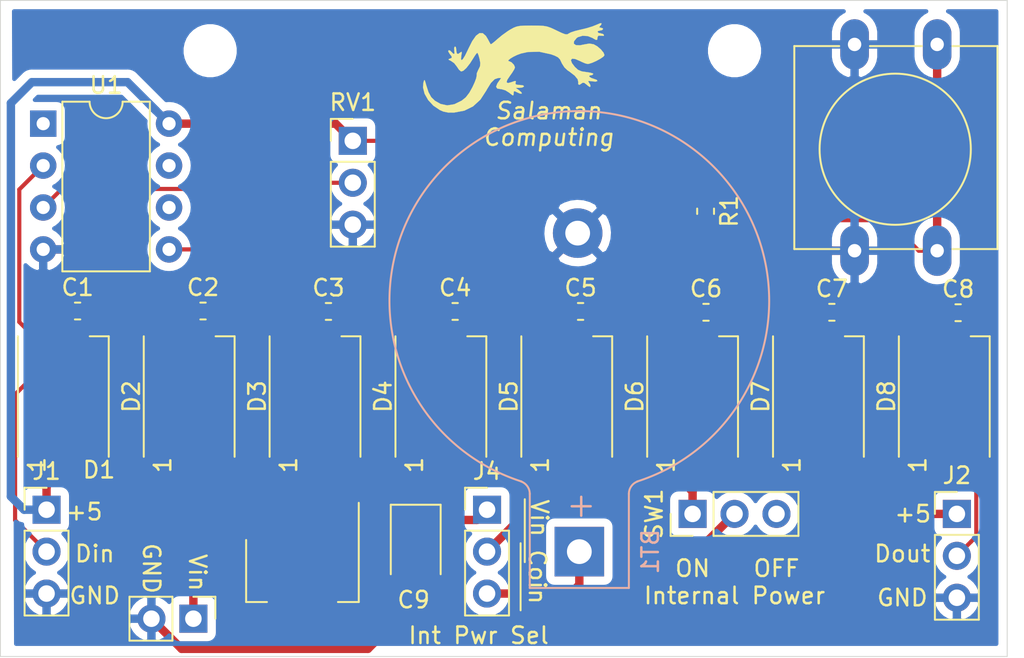
<source format=kicad_pcb>
(kicad_pcb (version 20171130) (host pcbnew "(5.1.2-1)-1")

  (general
    (thickness 1.6)
    (drawings 21)
    (tracks 216)
    (zones 0)
    (modules 31)
    (nets 22)
  )

  (page A4)
  (layers
    (0 F.Cu signal)
    (31 B.Cu signal)
    (32 B.Adhes user)
    (33 F.Adhes user)
    (34 B.Paste user)
    (35 F.Paste user)
    (36 B.SilkS user)
    (37 F.SilkS user)
    (38 B.Mask user)
    (39 F.Mask user)
    (40 Dwgs.User user)
    (41 Cmts.User user)
    (42 Eco1.User user)
    (43 Eco2.User user)
    (44 Edge.Cuts user)
    (45 Margin user)
    (46 B.CrtYd user)
    (47 F.CrtYd user)
    (48 B.Fab user)
    (49 F.Fab user)
  )

  (setup
    (last_trace_width 0.508)
    (user_trace_width 0.508)
    (trace_clearance 0.2)
    (zone_clearance 0.508)
    (zone_45_only no)
    (trace_min 0.2)
    (via_size 0.8)
    (via_drill 0.4)
    (via_min_size 0.4)
    (via_min_drill 0.3)
    (uvia_size 0.3)
    (uvia_drill 0.1)
    (uvias_allowed no)
    (uvia_min_size 0.2)
    (uvia_min_drill 0.1)
    (edge_width 0.05)
    (segment_width 0.2)
    (pcb_text_width 0.3)
    (pcb_text_size 1.5 1.5)
    (mod_edge_width 0.12)
    (mod_text_size 1 1)
    (mod_text_width 0.15)
    (pad_size 1.524 1.524)
    (pad_drill 0.762)
    (pad_to_mask_clearance 0.051)
    (solder_mask_min_width 0.25)
    (aux_axis_origin 0 0)
    (visible_elements FFFFFF7F)
    (pcbplotparams
      (layerselection 0x010fc_ffffffff)
      (usegerberextensions false)
      (usegerberattributes false)
      (usegerberadvancedattributes false)
      (creategerberjobfile false)
      (excludeedgelayer true)
      (linewidth 0.100000)
      (plotframeref false)
      (viasonmask false)
      (mode 1)
      (useauxorigin false)
      (hpglpennumber 1)
      (hpglpenspeed 20)
      (hpglpendiameter 15.000000)
      (psnegative false)
      (psa4output false)
      (plotreference true)
      (plotvalue true)
      (plotinvisibletext false)
      (padsonsilk false)
      (subtractmaskfromsilk false)
      (outputformat 1)
      (mirror false)
      (drillshape 0)
      (scaleselection 1)
      (outputdirectory ""))
  )

  (net 0 "")
  (net 1 "Net-(BT1-Pad1)")
  (net 2 GND)
  (net 3 +5V)
  (net 4 "Net-(D1-Pad2)")
  (net 5 /Din)
  (net 6 "Net-(D2-Pad2)")
  (net 7 "Net-(D3-Pad2)")
  (net 8 "Net-(D4-Pad2)")
  (net 9 "Net-(D5-Pad2)")
  (net 10 "Net-(D6-Pad2)")
  (net 11 "Net-(D7-Pad2)")
  (net 12 /Dout)
  (net 13 "Net-(J3-Pad1)")
  (net 14 /Sel)
  (net 15 /Ain)
  (net 16 "Net-(SW1-Pad3)")
  (net 17 "Net-(U1-Pad7)")
  (net 18 "Net-(U1-Pad6)")
  (net 19 "Net-(U1-Pad1)")
  (net 20 "Net-(C9-Pad1)")
  (net 21 "Net-(J4-Pad2)")

  (net_class Default "This is the default net class."
    (clearance 0.2)
    (trace_width 0.25)
    (via_dia 0.8)
    (via_drill 0.4)
    (uvia_dia 0.3)
    (uvia_drill 0.1)
    (add_net +5V)
    (add_net /Ain)
    (add_net /Din)
    (add_net /Dout)
    (add_net /Sel)
    (add_net GND)
    (add_net "Net-(BT1-Pad1)")
    (add_net "Net-(C9-Pad1)")
    (add_net "Net-(D1-Pad2)")
    (add_net "Net-(D2-Pad2)")
    (add_net "Net-(D3-Pad2)")
    (add_net "Net-(D4-Pad2)")
    (add_net "Net-(D5-Pad2)")
    (add_net "Net-(D6-Pad2)")
    (add_net "Net-(D7-Pad2)")
    (add_net "Net-(J3-Pad1)")
    (add_net "Net-(J4-Pad2)")
    (add_net "Net-(SW1-Pad3)")
    (add_net "Net-(U1-Pad1)")
    (add_net "Net-(U1-Pad6)")
    (add_net "Net-(U1-Pad7)")
  )

  (module MountingHole:MountingHole_2.2mm_M2 (layer F.Cu) (tedit 56D1B4CB) (tstamp 5E3050D5)
    (at 97.79 67.945)
    (descr "Mounting Hole 2.2mm, no annular, M2")
    (tags "mounting hole 2.2mm no annular m2")
    (attr virtual)
    (fp_text reference REF** (at 0 -3.2) (layer F.SilkS) hide
      (effects (font (size 1 1) (thickness 0.15)))
    )
    (fp_text value MountingHole_2.2mm_M2 (at 0 3.2) (layer F.Fab)
      (effects (font (size 1 1) (thickness 0.15)))
    )
    (fp_circle (center 0 0) (end 2.45 0) (layer F.CrtYd) (width 0.05))
    (fp_circle (center 0 0) (end 2.2 0) (layer Cmts.User) (width 0.15))
    (fp_text user %R (at 0.3 0) (layer F.Fab)
      (effects (font (size 1 1) (thickness 0.15)))
    )
    (pad 1 np_thru_hole circle (at 0 0) (size 2.2 2.2) (drill 2.2) (layers *.Cu *.Mask))
  )

  (module MountingHole:MountingHole_2.2mm_M2 (layer F.Cu) (tedit 56D1B4CB) (tstamp 5E30509A)
    (at 129.54 67.945)
    (descr "Mounting Hole 2.2mm, no annular, M2")
    (tags "mounting hole 2.2mm no annular m2")
    (attr virtual)
    (fp_text reference REF** (at 0 -3.2) (layer F.SilkS) hide
      (effects (font (size 1 1) (thickness 0.15)))
    )
    (fp_text value MountingHole_2.2mm_M2 (at 0 3.2) (layer F.Fab)
      (effects (font (size 1 1) (thickness 0.15)))
    )
    (fp_circle (center 0 0) (end 2.45 0) (layer F.CrtYd) (width 0.05))
    (fp_circle (center 0 0) (end 2.2 0) (layer Cmts.User) (width 0.15))
    (fp_text user %R (at 0.3 0) (layer F.Fab)
      (effects (font (size 1 1) (thickness 0.15)))
    )
    (pad 1 np_thru_hole circle (at 0 0) (size 2.2 2.2) (drill 2.2) (layers *.Cu *.Mask))
  )

  (module graphics:salamander_half_inch (layer F.Cu) (tedit 0) (tstamp 5E304C57)
    (at 116.078 68.834)
    (fp_text reference G*** (at 0 0) (layer F.SilkS) hide
      (effects (font (size 1.524 1.524) (thickness 0.3)))
    )
    (fp_text value LOGO (at 0.75 0) (layer F.SilkS) hide
      (effects (font (size 1.524 1.524) (thickness 0.3)))
    )
    (fp_poly (pts (xy 5.414326 -2.549098) (xy 5.382328 -2.460271) (xy 5.317066 -2.3876) (xy 5.267433 -2.305488)
      (xy 5.359399 -2.286) (xy 5.482541 -2.245032) (xy 5.503333 -2.201333) (xy 5.43242 -2.132543)
      (xy 5.334 -2.116666) (xy 5.196419 -2.08121) (xy 5.164666 -2.032) (xy 5.235355 -1.962528)
      (xy 5.329003 -1.947333) (xy 5.495157 -1.902474) (xy 5.553253 -1.850391) (xy 5.54495 -1.787266)
      (xy 5.390694 -1.795978) (xy 5.388916 -1.796317) (xy 5.222412 -1.803564) (xy 5.166537 -1.719758)
      (xy 5.164666 -1.681592) (xy 5.148769 -1.556429) (xy 5.077147 -1.539877) (xy 4.913903 -1.629246)
      (xy 4.867519 -1.659319) (xy 4.574447 -1.776942) (xy 4.254391 -1.793866) (xy 3.976489 -1.710429)
      (xy 3.898585 -1.654546) (xy 3.741553 -1.459038) (xy 3.734273 -1.31146) (xy 3.860567 -1.225972)
      (xy 4.104257 -1.21673) (xy 4.343422 -1.265265) (xy 4.671393 -1.321875) (xy 4.933165 -1.277533)
      (xy 4.936402 -1.27631) (xy 5.158166 -1.150504) (xy 5.372814 -0.964682) (xy 5.532025 -0.767607)
      (xy 5.588 -0.618742) (xy 5.516878 -0.52713) (xy 5.336629 -0.402771) (xy 5.096929 -0.271705)
      (xy 4.847451 -0.159972) (xy 4.63787 -0.093611) (xy 4.570746 -0.085494) (xy 4.418743 -0.123107)
      (xy 4.196883 -0.217908) (xy 4.126553 -0.254) (xy 3.818187 -0.387447) (xy 3.623964 -0.406191)
      (xy 3.553482 -0.320278) (xy 3.616337 -0.139753) (xy 3.793861 0.094209) (xy 3.984519 0.268519)
      (xy 4.202196 0.361382) (xy 4.471195 0.40265) (xy 4.717835 0.43917) (xy 4.877286 0.487392)
      (xy 4.910666 0.518772) (xy 4.841933 0.584378) (xy 4.783666 0.592667) (xy 4.664646 0.623867)
      (xy 4.677779 0.694904) (xy 4.802757 0.77193) (xy 4.910666 0.804334) (xy 5.113923 0.875153)
      (xy 5.16063 0.943832) (xy 5.061618 0.982589) (xy 4.847166 0.967234) (xy 4.650911 0.940253)
      (xy 4.593408 0.961215) (xy 4.6355 1.022664) (xy 4.728003 1.184811) (xy 4.741333 1.259359)
      (xy 4.706312 1.313091) (xy 4.590381 1.240044) (xy 4.528545 1.18428) (xy 4.363747 1.057394)
      (xy 4.252977 1.055161) (xy 4.215278 1.084855) (xy 4.073001 1.179252) (xy 3.996287 1.139654)
      (xy 4.00214 1.022594) (xy 3.965223 0.84081) (xy 3.781141 0.619236) (xy 3.463069 0.372528)
      (xy 3.355295 0.303117) (xy 3.163994 0.123232) (xy 3.004975 -0.125856) (xy 2.984175 -0.17401)
      (xy 2.894279 -0.362008) (xy 2.774218 -0.487905) (xy 2.575445 -0.589506) (xy 2.342939 -0.673372)
      (xy 1.642703 -0.825944) (xy 0.948011 -0.810484) (xy 0.531782 -0.718886) (xy 0.294477 -0.631624)
      (xy 0.066354 -0.521045) (xy -0.119095 -0.408395) (xy -0.228379 -0.314924) (xy -0.228006 -0.261879)
      (xy -0.196548 -0.256817) (xy -0.042076 -0.187295) (xy 0.104164 -0.036439) (xy 0.169332 0.120562)
      (xy 0.169333 0.120873) (xy 0.120939 0.243639) (xy -0.003977 0.446746) (xy -0.127043 0.617802)
      (xy -0.299451 0.875296) (xy -0.341155 1.026011) (xy -0.251912 1.071126) (xy -0.043927 1.016606)
      (xy 0.150369 0.947741) (xy 0.223819 0.948173) (xy 0.212721 1.024112) (xy 0.199951 1.058334)
      (xy 0.204809 1.144269) (xy 0.328751 1.18083) (xy 0.461605 1.185334) (xy 0.664483 1.213703)
      (xy 0.716919 1.275461) (xy 0.623369 1.335578) (xy 0.439503 1.359108) (xy 0.211666 1.363549)
      (xy 0.402166 1.496435) (xy 0.56105 1.635908) (xy 0.578692 1.713706) (xy 0.46488 1.706004)
      (xy 0.338666 1.651) (xy 0.167149 1.570077) (xy 0.097888 1.579284) (xy 0.084685 1.687296)
      (xy 0.084666 1.698686) (xy 0.076476 1.805822) (xy 0.027482 1.815732) (xy -0.098951 1.722767)
      (xy -0.17583 1.658526) (xy -0.418048 1.508185) (xy -0.658321 1.439995) (xy -0.678833 1.439334)
      (xy -0.901177 1.404698) (xy -0.975143 1.295275) (xy -0.904001 1.102784) (xy -0.846256 1.015422)
      (xy -0.665803 0.762) (xy -0.840902 0.762) (xy -1.0624 0.835972) (xy -1.289082 1.062682)
      (xy -1.52782 1.449325) (xy -1.563435 1.518279) (xy -1.924124 2.07355) (xy -2.36887 2.481933)
      (xy -2.897367 2.743219) (xy -3.50931 2.857197) (xy -3.513667 2.857462) (xy -3.880385 2.857948)
      (xy -4.169153 2.79739) (xy -4.379728 2.706009) (xy -4.773281 2.44028) (xy -5.088753 2.099145)
      (xy -5.304913 1.718001) (xy -5.400529 1.332243) (xy -5.376162 1.044837) (xy -5.33469 0.908278)
      (xy -5.301029 0.892938) (xy -5.256426 1.014703) (xy -5.209774 1.185815) (xy -5.070625 1.618578)
      (xy -4.903545 1.924558) (xy -4.676046 2.146243) (xy -4.35564 2.326123) (xy -4.328421 2.338458)
      (xy -3.933956 2.424397) (xy -3.499947 2.352618) (xy -3.051007 2.131641) (xy -2.807009 1.932643)
      (xy -2.594229 1.656183) (xy -2.405953 1.316816) (xy -2.270843 1.023077) (xy -2.180598 0.779423)
      (xy -2.151425 0.630921) (xy -2.154234 0.616891) (xy -2.142398 0.474597) (xy -2.05664 0.274981)
      (xy -2.042149 0.250334) (xy -1.948062 0.054677) (xy -1.931299 -0.14155) (xy -1.973857 -0.383242)
      (xy -2.035523 -0.607974) (xy -2.092528 -0.74373) (xy -2.112677 -0.762) (xy -2.184584 -0.696048)
      (xy -2.296551 -0.532878) (xy -2.323906 -0.486833) (xy -2.552987 -0.126477) (xy -2.770899 0.151379)
      (xy -2.95705 0.324013) (xy -3.090847 0.368699) (xy -3.097307 0.366609) (xy -3.222465 0.261585)
      (xy -3.349042 0.075527) (xy -3.35152 0.070769) (xy -3.513766 -0.136127) (xy -3.708222 -0.270963)
      (xy -3.849853 -0.341538) (xy -3.841324 -0.38434) (xy -3.788834 -0.400534) (xy -3.662506 -0.455131)
      (xy -3.66944 -0.550616) (xy -3.781259 -0.692352) (xy -3.865703 -0.831548) (xy -3.859003 -0.910552)
      (xy -3.768023 -0.90313) (xy -3.687911 -0.825367) (xy -3.559538 -0.693661) (xy -3.491766 -0.712203)
      (xy -3.502685 -0.87522) (xy -3.504799 -0.883811) (xy -3.514348 -1.058847) (xy -3.471645 -1.142808)
      (xy -3.411328 -1.110013) (xy -3.386703 -0.944696) (xy -3.386667 -0.93633) (xy -3.361225 -0.733486)
      (xy -3.278582 -0.687267) (xy -3.138404 -0.783166) (xy -3.067007 -0.828105) (xy -3.055233 -0.750829)
      (xy -3.076365 -0.617116) (xy -3.101803 -0.390324) (xy -3.069144 -0.313927) (xy -2.985175 -0.381915)
      (xy -2.856684 -0.588274) (xy -2.69046 -0.926992) (xy -2.666612 -0.980033) (xy -2.420375 -1.471451)
      (xy -2.192486 -1.796199) (xy -1.980273 -1.955628) (xy -1.781064 -1.951094) (xy -1.592185 -1.783947)
      (xy -1.471776 -1.58499) (xy -1.372542 -1.396161) (xy -1.308329 -1.285426) (xy -1.303298 -1.278787)
      (xy -1.230938 -1.313038) (xy -1.07348 -1.436039) (xy -0.906557 -1.583444) (xy -0.610319 -1.829631)
      (xy -0.274147 -2.071275) (xy -0.121658 -2.167324) (xy 0.079291 -2.278353) (xy 0.257947 -2.349769)
      (xy 0.460558 -2.390235) (xy 0.733375 -2.408411) (xy 1.122648 -2.412958) (xy 1.190243 -2.413)
      (xy 1.599524 -2.409787) (xy 1.89245 -2.393065) (xy 2.121972 -2.352211) (xy 2.341044 -2.276601)
      (xy 2.602619 -2.155611) (xy 2.691291 -2.111857) (xy 3.004421 -1.96285) (xy 3.20524 -1.887802)
      (xy 3.329028 -1.877668) (xy 3.411067 -1.923402) (xy 3.414227 -1.926513) (xy 3.550419 -1.999097)
      (xy 3.802116 -2.083047) (xy 4.117858 -2.161517) (xy 4.156847 -2.169611) (xy 4.51633 -2.25607)
      (xy 4.855752 -2.360264) (xy 5.101166 -2.459429) (xy 5.316438 -2.550204) (xy 5.414326 -2.549098)) (layer F.SilkS) (width 0.01))
  )

  (module Capacitor_SMD:C_0603_1608Metric (layer F.Cu) (tedit 5B301BBE) (tstamp 5E2C9CD2)
    (at 89.7636 83.7184)
    (descr "Capacitor SMD 0603 (1608 Metric), square (rectangular) end terminal, IPC_7351 nominal, (Body size source: http://www.tortai-tech.com/upload/download/2011102023233369053.pdf), generated with kicad-footprint-generator")
    (tags capacitor)
    (path /5E286D9E)
    (attr smd)
    (fp_text reference C1 (at 0 -1.43) (layer F.SilkS)
      (effects (font (size 1 1) (thickness 0.15)))
    )
    (fp_text value C (at 0 1.43) (layer F.Fab)
      (effects (font (size 1 1) (thickness 0.15)))
    )
    (fp_text user %R (at 0 0) (layer F.Fab)
      (effects (font (size 0.4 0.4) (thickness 0.06)))
    )
    (fp_line (start 1.48 0.73) (end -1.48 0.73) (layer F.CrtYd) (width 0.05))
    (fp_line (start 1.48 -0.73) (end 1.48 0.73) (layer F.CrtYd) (width 0.05))
    (fp_line (start -1.48 -0.73) (end 1.48 -0.73) (layer F.CrtYd) (width 0.05))
    (fp_line (start -1.48 0.73) (end -1.48 -0.73) (layer F.CrtYd) (width 0.05))
    (fp_line (start -0.162779 0.51) (end 0.162779 0.51) (layer F.SilkS) (width 0.12))
    (fp_line (start -0.162779 -0.51) (end 0.162779 -0.51) (layer F.SilkS) (width 0.12))
    (fp_line (start 0.8 0.4) (end -0.8 0.4) (layer F.Fab) (width 0.1))
    (fp_line (start 0.8 -0.4) (end 0.8 0.4) (layer F.Fab) (width 0.1))
    (fp_line (start -0.8 -0.4) (end 0.8 -0.4) (layer F.Fab) (width 0.1))
    (fp_line (start -0.8 0.4) (end -0.8 -0.4) (layer F.Fab) (width 0.1))
    (pad 2 smd roundrect (at 0.7875 0) (size 0.875 0.95) (layers F.Cu F.Paste F.Mask) (roundrect_rratio 0.25)
      (net 2 GND))
    (pad 1 smd roundrect (at -0.7875 0) (size 0.875 0.95) (layers F.Cu F.Paste F.Mask) (roundrect_rratio 0.25)
      (net 3 +5V))
    (model ${KISYS3DMOD}/Capacitor_SMD.3dshapes/C_0603_1608Metric.wrl
      (at (xyz 0 0 0))
      (scale (xyz 1 1 1))
      (rotate (xyz 0 0 0))
    )
  )

  (module Capacitor_Tantalum_SMD:CP_EIA-3528-21_Kemet-B (layer F.Cu) (tedit 5B342532) (tstamp 5E3039B7)
    (at 110.236 97.917 270)
    (descr "Tantalum Capacitor SMD Kemet-B (3528-21 Metric), IPC_7351 nominal, (Body size from: http://www.kemet.com/Lists/ProductCatalog/Attachments/253/KEM_TC101_STD.pdf), generated with kicad-footprint-generator")
    (tags "capacitor tantalum")
    (path /5E307CF7)
    (attr smd)
    (fp_text reference C9 (at 3.302 0.127 180) (layer F.SilkS)
      (effects (font (size 1 1) (thickness 0.15)))
    )
    (fp_text value CP1 (at 0 2.35 90) (layer F.Fab)
      (effects (font (size 1 1) (thickness 0.15)))
    )
    (fp_text user %R (at 0 0 90) (layer F.Fab)
      (effects (font (size 0.88 0.88) (thickness 0.13)))
    )
    (fp_line (start 2.45 1.65) (end -2.45 1.65) (layer F.CrtYd) (width 0.05))
    (fp_line (start 2.45 -1.65) (end 2.45 1.65) (layer F.CrtYd) (width 0.05))
    (fp_line (start -2.45 -1.65) (end 2.45 -1.65) (layer F.CrtYd) (width 0.05))
    (fp_line (start -2.45 1.65) (end -2.45 -1.65) (layer F.CrtYd) (width 0.05))
    (fp_line (start -2.46 1.51) (end 1.75 1.51) (layer F.SilkS) (width 0.12))
    (fp_line (start -2.46 -1.51) (end -2.46 1.51) (layer F.SilkS) (width 0.12))
    (fp_line (start 1.75 -1.51) (end -2.46 -1.51) (layer F.SilkS) (width 0.12))
    (fp_line (start 1.75 1.4) (end 1.75 -1.4) (layer F.Fab) (width 0.1))
    (fp_line (start -1.75 1.4) (end 1.75 1.4) (layer F.Fab) (width 0.1))
    (fp_line (start -1.75 -0.7) (end -1.75 1.4) (layer F.Fab) (width 0.1))
    (fp_line (start -1.05 -1.4) (end -1.75 -0.7) (layer F.Fab) (width 0.1))
    (fp_line (start 1.75 -1.4) (end -1.05 -1.4) (layer F.Fab) (width 0.1))
    (pad 2 smd roundrect (at 1.5375 0 270) (size 1.325 2.35) (layers F.Cu F.Paste F.Mask) (roundrect_rratio 0.188679)
      (net 2 GND))
    (pad 1 smd roundrect (at -1.5375 0 270) (size 1.325 2.35) (layers F.Cu F.Paste F.Mask) (roundrect_rratio 0.188679)
      (net 20 "Net-(C9-Pad1)"))
    (model ${KISYS3DMOD}/Capacitor_Tantalum_SMD.3dshapes/CP_EIA-3528-21_Kemet-B.wrl
      (at (xyz 0 0 0))
      (scale (xyz 1 1 1))
      (rotate (xyz 0 0 0))
    )
  )

  (module Package_TO_SOT_SMD:SOT-223-3_TabPin2 (layer F.Cu) (tedit 5A02FF57) (tstamp 5E2EF896)
    (at 103.378 99.441 270)
    (descr "module CMS SOT223 4 pins")
    (tags "CMS SOT")
    (path /5E2CA108)
    (attr smd)
    (fp_text reference U2 (at 0 -4.5 90) (layer F.SilkS) hide
      (effects (font (size 1 1) (thickness 0.15)))
    )
    (fp_text value AMS1117-5.0 (at 0 4.5 90) (layer F.Fab)
      (effects (font (size 1 1) (thickness 0.15)))
    )
    (fp_line (start 1.85 -3.35) (end 1.85 3.35) (layer F.Fab) (width 0.1))
    (fp_line (start -1.85 3.35) (end 1.85 3.35) (layer F.Fab) (width 0.1))
    (fp_line (start -4.1 -3.41) (end 1.91 -3.41) (layer F.SilkS) (width 0.12))
    (fp_line (start -0.85 -3.35) (end 1.85 -3.35) (layer F.Fab) (width 0.1))
    (fp_line (start -1.85 3.41) (end 1.91 3.41) (layer F.SilkS) (width 0.12))
    (fp_line (start -1.85 -2.35) (end -1.85 3.35) (layer F.Fab) (width 0.1))
    (fp_line (start -1.85 -2.35) (end -0.85 -3.35) (layer F.Fab) (width 0.1))
    (fp_line (start -4.4 -3.6) (end -4.4 3.6) (layer F.CrtYd) (width 0.05))
    (fp_line (start -4.4 3.6) (end 4.4 3.6) (layer F.CrtYd) (width 0.05))
    (fp_line (start 4.4 3.6) (end 4.4 -3.6) (layer F.CrtYd) (width 0.05))
    (fp_line (start 4.4 -3.6) (end -4.4 -3.6) (layer F.CrtYd) (width 0.05))
    (fp_line (start 1.91 -3.41) (end 1.91 -2.15) (layer F.SilkS) (width 0.12))
    (fp_line (start 1.91 3.41) (end 1.91 2.15) (layer F.SilkS) (width 0.12))
    (fp_text user %R (at 0 0) (layer F.Fab)
      (effects (font (size 0.8 0.8) (thickness 0.12)))
    )
    (pad 1 smd rect (at -3.15 -2.3 270) (size 2 1.5) (layers F.Cu F.Paste F.Mask)
      (net 2 GND))
    (pad 3 smd rect (at -3.15 2.3 270) (size 2 1.5) (layers F.Cu F.Paste F.Mask)
      (net 13 "Net-(J3-Pad1)"))
    (pad 2 smd rect (at -3.15 0 270) (size 2 1.5) (layers F.Cu F.Paste F.Mask)
      (net 20 "Net-(C9-Pad1)"))
    (pad 2 smd rect (at 3.15 0 270) (size 2 3.8) (layers F.Cu F.Paste F.Mask)
      (net 20 "Net-(C9-Pad1)"))
    (model ${KISYS3DMOD}/Package_TO_SOT_SMD.3dshapes/SOT-223.wrl
      (at (xyz 0 0 0))
      (scale (xyz 1 1 1))
      (rotate (xyz 0 0 0))
    )
  )

  (module Package_DIP:DIP-8_W7.62mm (layer F.Cu) (tedit 5A02E8C5) (tstamp 5E2C9EE4)
    (at 87.6808 72.3646)
    (descr "8-lead though-hole mounted DIP package, row spacing 7.62 mm (300 mils)")
    (tags "THT DIP DIL PDIP 2.54mm 7.62mm 300mil")
    (path /5E291DF6)
    (fp_text reference U1 (at 3.81 -2.33) (layer F.SilkS)
      (effects (font (size 1 1) (thickness 0.15)))
    )
    (fp_text value ATtiny85-20PU (at 3.81 9.95) (layer F.Fab)
      (effects (font (size 1 1) (thickness 0.15)))
    )
    (fp_text user %R (at 3.81 3.81) (layer F.Fab)
      (effects (font (size 1 1) (thickness 0.15)))
    )
    (fp_line (start 8.7 -1.55) (end -1.1 -1.55) (layer F.CrtYd) (width 0.05))
    (fp_line (start 8.7 9.15) (end 8.7 -1.55) (layer F.CrtYd) (width 0.05))
    (fp_line (start -1.1 9.15) (end 8.7 9.15) (layer F.CrtYd) (width 0.05))
    (fp_line (start -1.1 -1.55) (end -1.1 9.15) (layer F.CrtYd) (width 0.05))
    (fp_line (start 6.46 -1.33) (end 4.81 -1.33) (layer F.SilkS) (width 0.12))
    (fp_line (start 6.46 8.95) (end 6.46 -1.33) (layer F.SilkS) (width 0.12))
    (fp_line (start 1.16 8.95) (end 6.46 8.95) (layer F.SilkS) (width 0.12))
    (fp_line (start 1.16 -1.33) (end 1.16 8.95) (layer F.SilkS) (width 0.12))
    (fp_line (start 2.81 -1.33) (end 1.16 -1.33) (layer F.SilkS) (width 0.12))
    (fp_line (start 0.635 -0.27) (end 1.635 -1.27) (layer F.Fab) (width 0.1))
    (fp_line (start 0.635 8.89) (end 0.635 -0.27) (layer F.Fab) (width 0.1))
    (fp_line (start 6.985 8.89) (end 0.635 8.89) (layer F.Fab) (width 0.1))
    (fp_line (start 6.985 -1.27) (end 6.985 8.89) (layer F.Fab) (width 0.1))
    (fp_line (start 1.635 -1.27) (end 6.985 -1.27) (layer F.Fab) (width 0.1))
    (fp_arc (start 3.81 -1.33) (end 2.81 -1.33) (angle -180) (layer F.SilkS) (width 0.12))
    (pad 8 thru_hole oval (at 7.62 0) (size 1.6 1.6) (drill 0.8) (layers *.Cu *.Mask)
      (net 3 +5V))
    (pad 4 thru_hole oval (at 0 7.62) (size 1.6 1.6) (drill 0.8) (layers *.Cu *.Mask)
      (net 2 GND))
    (pad 7 thru_hole oval (at 7.62 2.54) (size 1.6 1.6) (drill 0.8) (layers *.Cu *.Mask)
      (net 17 "Net-(U1-Pad7)"))
    (pad 3 thru_hole oval (at 0 5.08) (size 1.6 1.6) (drill 0.8) (layers *.Cu *.Mask)
      (net 15 /Ain))
    (pad 6 thru_hole oval (at 7.62 5.08) (size 1.6 1.6) (drill 0.8) (layers *.Cu *.Mask)
      (net 18 "Net-(U1-Pad6)"))
    (pad 2 thru_hole oval (at 0 2.54) (size 1.6 1.6) (drill 0.8) (layers *.Cu *.Mask)
      (net 5 /Din))
    (pad 5 thru_hole oval (at 7.62 7.62) (size 1.6 1.6) (drill 0.8) (layers *.Cu *.Mask)
      (net 14 /Sel))
    (pad 1 thru_hole rect (at 0 0) (size 1.6 1.6) (drill 0.8) (layers *.Cu *.Mask)
      (net 19 "Net-(U1-Pad1)"))
    (model ${KISYS3DMOD}/Package_DIP.3dshapes/DIP-8_W7.62mm.wrl
      (at (xyz 0 0 0))
      (scale (xyz 1 1 1))
      (rotate (xyz 0 0 0))
    )
  )

  (module Button_Switch_THT:SW_PUSH-12mm (layer F.Cu) (tedit 5A02FE31) (tstamp 5E2C9EC8)
    (at 141.8082 67.564 270)
    (descr "SW PUSH 12mm https://www.e-switch.com/system/asset/product_line/data_sheet/143/TL1100.pdf")
    (tags "tact sw push 12mm")
    (path /5E2A7406)
    (fp_text reference SW2 (at 6.08 -4.66 90) (layer F.SilkS) hide
      (effects (font (size 1 1) (thickness 0.15)))
    )
    (fp_text value SW_Push (at 6.62 9.93 90) (layer F.Fab)
      (effects (font (size 1 1) (thickness 0.15)))
    )
    (fp_line (start 12.4 -3.65) (end 12.4 -0.93) (layer F.SilkS) (width 0.12))
    (fp_line (start 12.4 5.93) (end 12.4 8.65) (layer F.SilkS) (width 0.12))
    (fp_line (start 0.1 4.07) (end 0.1 0.93) (layer F.SilkS) (width 0.12))
    (fp_line (start 0.1 8.65) (end 0.1 5.93) (layer F.SilkS) (width 0.12))
    (fp_line (start 0.25 -3.5) (end 0.25 8.5) (layer F.Fab) (width 0.1))
    (fp_circle (center 6.35 2.54) (end 10.16 5.08) (layer F.SilkS) (width 0.12))
    (fp_line (start 14.25 8.75) (end -1.77 8.75) (layer F.CrtYd) (width 0.05))
    (fp_line (start 14.25 8.75) (end 14.25 -3.75) (layer F.CrtYd) (width 0.05))
    (fp_line (start -1.77 -3.75) (end -1.77 8.75) (layer F.CrtYd) (width 0.05))
    (fp_line (start -1.77 -3.75) (end 14.25 -3.75) (layer F.CrtYd) (width 0.05))
    (fp_line (start 0.1 -0.93) (end 0.1 -3.65) (layer F.SilkS) (width 0.12))
    (fp_line (start 12.4 8.65) (end 0.1 8.65) (layer F.SilkS) (width 0.12))
    (fp_line (start 12.4 0.93) (end 12.4 4.07) (layer F.SilkS) (width 0.12))
    (fp_line (start 0.1 -3.65) (end 12.4 -3.65) (layer F.SilkS) (width 0.12))
    (fp_text user %R (at 6.35 2.54 90) (layer F.Fab)
      (effects (font (size 1 1) (thickness 0.15)))
    )
    (fp_line (start 12.25 -3.5) (end 12.25 8.5) (layer F.Fab) (width 0.1))
    (fp_line (start 0.25 -3.5) (end 12.25 -3.5) (layer F.Fab) (width 0.1))
    (fp_line (start 0.25 8.5) (end 12.25 8.5) (layer F.Fab) (width 0.1))
    (pad 2 thru_hole oval (at 0 5 270) (size 3.048 1.7272) (drill 0.8128) (layers *.Cu *.Mask)
      (net 2 GND))
    (pad 1 thru_hole oval (at 0 0 270) (size 3.048 1.7272) (drill 0.8128) (layers *.Cu *.Mask)
      (net 14 /Sel))
    (pad 2 thru_hole oval (at 12.5 5 270) (size 3.048 1.7272) (drill 0.8128) (layers *.Cu *.Mask)
      (net 2 GND))
    (pad 1 thru_hole oval (at 12.5 0 270) (size 3.048 1.7272) (drill 0.8128) (layers *.Cu *.Mask)
      (net 14 /Sel))
    (model ${KISYS3DMOD}/Button_Switch_THT.3dshapes/SW_PUSH-12mm.wrl
      (at (xyz 0 0 0))
      (scale (xyz 1 1 1))
      (rotate (xyz 0 0 0))
    )
  )

  (module Connector_PinHeader_2.54mm:PinHeader_1x03_P2.54mm_Vertical (layer F.Cu) (tedit 59FED5CC) (tstamp 5E2C9EAE)
    (at 127 96.012 90)
    (descr "Through hole straight pin header, 1x03, 2.54mm pitch, single row")
    (tags "Through hole pin header THT 1x03 2.54mm single row")
    (path /5E2B65A1)
    (fp_text reference SW1 (at 0 -2.33 90) (layer F.SilkS)
      (effects (font (size 1 1) (thickness 0.15)))
    )
    (fp_text value batt_switch (at 0 7.41 90) (layer F.Fab)
      (effects (font (size 1 1) (thickness 0.15)))
    )
    (fp_text user %R (at 0 2.54) (layer F.Fab)
      (effects (font (size 1 1) (thickness 0.15)))
    )
    (fp_line (start 1.8 -1.8) (end -1.8 -1.8) (layer F.CrtYd) (width 0.05))
    (fp_line (start 1.8 6.85) (end 1.8 -1.8) (layer F.CrtYd) (width 0.05))
    (fp_line (start -1.8 6.85) (end 1.8 6.85) (layer F.CrtYd) (width 0.05))
    (fp_line (start -1.8 -1.8) (end -1.8 6.85) (layer F.CrtYd) (width 0.05))
    (fp_line (start -1.33 -1.33) (end 0 -1.33) (layer F.SilkS) (width 0.12))
    (fp_line (start -1.33 0) (end -1.33 -1.33) (layer F.SilkS) (width 0.12))
    (fp_line (start -1.33 1.27) (end 1.33 1.27) (layer F.SilkS) (width 0.12))
    (fp_line (start 1.33 1.27) (end 1.33 6.41) (layer F.SilkS) (width 0.12))
    (fp_line (start -1.33 1.27) (end -1.33 6.41) (layer F.SilkS) (width 0.12))
    (fp_line (start -1.33 6.41) (end 1.33 6.41) (layer F.SilkS) (width 0.12))
    (fp_line (start -1.27 -0.635) (end -0.635 -1.27) (layer F.Fab) (width 0.1))
    (fp_line (start -1.27 6.35) (end -1.27 -0.635) (layer F.Fab) (width 0.1))
    (fp_line (start 1.27 6.35) (end -1.27 6.35) (layer F.Fab) (width 0.1))
    (fp_line (start 1.27 -1.27) (end 1.27 6.35) (layer F.Fab) (width 0.1))
    (fp_line (start -0.635 -1.27) (end 1.27 -1.27) (layer F.Fab) (width 0.1))
    (pad 3 thru_hole oval (at 0 5.08 90) (size 1.7 1.7) (drill 1) (layers *.Cu *.Mask)
      (net 16 "Net-(SW1-Pad3)"))
    (pad 2 thru_hole oval (at 0 2.54 90) (size 1.7 1.7) (drill 1) (layers *.Cu *.Mask)
      (net 21 "Net-(J4-Pad2)"))
    (pad 1 thru_hole rect (at 0 0 90) (size 1.7 1.7) (drill 1) (layers *.Cu *.Mask)
      (net 3 +5V))
    (model ${KISYS3DMOD}/Connector_PinHeader_2.54mm.3dshapes/PinHeader_1x03_P2.54mm_Vertical.wrl
      (at (xyz 0 0 0))
      (scale (xyz 1 1 1))
      (rotate (xyz 0 0 0))
    )
  )

  (module Connector_PinHeader_2.54mm:PinHeader_1x03_P2.54mm_Vertical (layer F.Cu) (tedit 59FED5CC) (tstamp 5E2C9E97)
    (at 106.426 73.406)
    (descr "Through hole straight pin header, 1x03, 2.54mm pitch, single row")
    (tags "Through hole pin header THT 1x03 2.54mm single row")
    (path /5E2A39FD)
    (fp_text reference RV1 (at 0 -2.33) (layer F.SilkS)
      (effects (font (size 1 1) (thickness 0.15)))
    )
    (fp_text value R_POT_US (at 0 7.41) (layer F.Fab)
      (effects (font (size 1 1) (thickness 0.15)))
    )
    (fp_text user %R (at 0 2.54 90) (layer F.Fab)
      (effects (font (size 1 1) (thickness 0.15)))
    )
    (fp_line (start 1.8 -1.8) (end -1.8 -1.8) (layer F.CrtYd) (width 0.05))
    (fp_line (start 1.8 6.85) (end 1.8 -1.8) (layer F.CrtYd) (width 0.05))
    (fp_line (start -1.8 6.85) (end 1.8 6.85) (layer F.CrtYd) (width 0.05))
    (fp_line (start -1.8 -1.8) (end -1.8 6.85) (layer F.CrtYd) (width 0.05))
    (fp_line (start -1.33 -1.33) (end 0 -1.33) (layer F.SilkS) (width 0.12))
    (fp_line (start -1.33 0) (end -1.33 -1.33) (layer F.SilkS) (width 0.12))
    (fp_line (start -1.33 1.27) (end 1.33 1.27) (layer F.SilkS) (width 0.12))
    (fp_line (start 1.33 1.27) (end 1.33 6.41) (layer F.SilkS) (width 0.12))
    (fp_line (start -1.33 1.27) (end -1.33 6.41) (layer F.SilkS) (width 0.12))
    (fp_line (start -1.33 6.41) (end 1.33 6.41) (layer F.SilkS) (width 0.12))
    (fp_line (start -1.27 -0.635) (end -0.635 -1.27) (layer F.Fab) (width 0.1))
    (fp_line (start -1.27 6.35) (end -1.27 -0.635) (layer F.Fab) (width 0.1))
    (fp_line (start 1.27 6.35) (end -1.27 6.35) (layer F.Fab) (width 0.1))
    (fp_line (start 1.27 -1.27) (end 1.27 6.35) (layer F.Fab) (width 0.1))
    (fp_line (start -0.635 -1.27) (end 1.27 -1.27) (layer F.Fab) (width 0.1))
    (pad 3 thru_hole oval (at 0 5.08) (size 1.7 1.7) (drill 1) (layers *.Cu *.Mask)
      (net 2 GND))
    (pad 2 thru_hole oval (at 0 2.54) (size 1.7 1.7) (drill 1) (layers *.Cu *.Mask)
      (net 15 /Ain))
    (pad 1 thru_hole rect (at 0 0) (size 1.7 1.7) (drill 1) (layers *.Cu *.Mask)
      (net 3 +5V))
    (model ${KISYS3DMOD}/Connector_PinHeader_2.54mm.3dshapes/PinHeader_1x03_P2.54mm_Vertical.wrl
      (at (xyz 0 0 0))
      (scale (xyz 1 1 1))
      (rotate (xyz 0 0 0))
    )
  )

  (module Resistor_SMD:R_0603_1608Metric (layer F.Cu) (tedit 5B301BBD) (tstamp 5E2EFD96)
    (at 127.7874 77.6732 270)
    (descr "Resistor SMD 0603 (1608 Metric), square (rectangular) end terminal, IPC_7351 nominal, (Body size source: http://www.tortai-tech.com/upload/download/2011102023233369053.pdf), generated with kicad-footprint-generator")
    (tags resistor)
    (path /5E2AF664)
    (attr smd)
    (fp_text reference R1 (at 0 -1.43 90) (layer F.SilkS)
      (effects (font (size 1 1) (thickness 0.15)))
    )
    (fp_text value R_US (at 0 1.43 90) (layer F.Fab)
      (effects (font (size 1 1) (thickness 0.15)))
    )
    (fp_text user %R (at 0 0 90) (layer F.Fab)
      (effects (font (size 0.4 0.4) (thickness 0.06)))
    )
    (fp_line (start 1.48 0.73) (end -1.48 0.73) (layer F.CrtYd) (width 0.05))
    (fp_line (start 1.48 -0.73) (end 1.48 0.73) (layer F.CrtYd) (width 0.05))
    (fp_line (start -1.48 -0.73) (end 1.48 -0.73) (layer F.CrtYd) (width 0.05))
    (fp_line (start -1.48 0.73) (end -1.48 -0.73) (layer F.CrtYd) (width 0.05))
    (fp_line (start -0.162779 0.51) (end 0.162779 0.51) (layer F.SilkS) (width 0.12))
    (fp_line (start -0.162779 -0.51) (end 0.162779 -0.51) (layer F.SilkS) (width 0.12))
    (fp_line (start 0.8 0.4) (end -0.8 0.4) (layer F.Fab) (width 0.1))
    (fp_line (start 0.8 -0.4) (end 0.8 0.4) (layer F.Fab) (width 0.1))
    (fp_line (start -0.8 -0.4) (end 0.8 -0.4) (layer F.Fab) (width 0.1))
    (fp_line (start -0.8 0.4) (end -0.8 -0.4) (layer F.Fab) (width 0.1))
    (pad 2 smd roundrect (at 0.7875 0 270) (size 0.875 0.95) (layers F.Cu F.Paste F.Mask) (roundrect_rratio 0.25)
      (net 14 /Sel))
    (pad 1 smd roundrect (at -0.7875 0 270) (size 0.875 0.95) (layers F.Cu F.Paste F.Mask) (roundrect_rratio 0.25)
      (net 3 +5V))
    (model ${KISYS3DMOD}/Resistor_SMD.3dshapes/R_0603_1608Metric.wrl
      (at (xyz 0 0 0))
      (scale (xyz 1 1 1))
      (rotate (xyz 0 0 0))
    )
  )

  (module Connector_PinHeader_2.54mm:PinHeader_1x03_P2.54mm_Vertical (layer F.Cu) (tedit 59FED5CC) (tstamp 5E2C9E6F)
    (at 114.554 95.758)
    (descr "Through hole straight pin header, 1x03, 2.54mm pitch, single row")
    (tags "Through hole pin header THT 1x03 2.54mm single row")
    (path /5E2FDFEA)
    (fp_text reference J4 (at 0 -2.33) (layer F.SilkS)
      (effects (font (size 1 1) (thickness 0.15)))
    )
    (fp_text value "pwr sel" (at 0 7.41) (layer F.Fab)
      (effects (font (size 1 1) (thickness 0.15)))
    )
    (fp_text user %R (at 0 2.54 90) (layer F.Fab)
      (effects (font (size 1 1) (thickness 0.15)))
    )
    (fp_line (start 1.8 -1.8) (end -1.8 -1.8) (layer F.CrtYd) (width 0.05))
    (fp_line (start 1.8 6.85) (end 1.8 -1.8) (layer F.CrtYd) (width 0.05))
    (fp_line (start -1.8 6.85) (end 1.8 6.85) (layer F.CrtYd) (width 0.05))
    (fp_line (start -1.8 -1.8) (end -1.8 6.85) (layer F.CrtYd) (width 0.05))
    (fp_line (start -1.33 -1.33) (end 0 -1.33) (layer F.SilkS) (width 0.12))
    (fp_line (start -1.33 0) (end -1.33 -1.33) (layer F.SilkS) (width 0.12))
    (fp_line (start -1.33 1.27) (end 1.33 1.27) (layer F.SilkS) (width 0.12))
    (fp_line (start 1.33 1.27) (end 1.33 6.41) (layer F.SilkS) (width 0.12))
    (fp_line (start -1.33 1.27) (end -1.33 6.41) (layer F.SilkS) (width 0.12))
    (fp_line (start -1.33 6.41) (end 1.33 6.41) (layer F.SilkS) (width 0.12))
    (fp_line (start -1.27 -0.635) (end -0.635 -1.27) (layer F.Fab) (width 0.1))
    (fp_line (start -1.27 6.35) (end -1.27 -0.635) (layer F.Fab) (width 0.1))
    (fp_line (start 1.27 6.35) (end -1.27 6.35) (layer F.Fab) (width 0.1))
    (fp_line (start 1.27 -1.27) (end 1.27 6.35) (layer F.Fab) (width 0.1))
    (fp_line (start -0.635 -1.27) (end 1.27 -1.27) (layer F.Fab) (width 0.1))
    (pad 3 thru_hole oval (at 0 5.08) (size 1.7 1.7) (drill 1) (layers *.Cu *.Mask)
      (net 1 "Net-(BT1-Pad1)"))
    (pad 2 thru_hole oval (at 0 2.54) (size 1.7 1.7) (drill 1) (layers *.Cu *.Mask)
      (net 21 "Net-(J4-Pad2)"))
    (pad 1 thru_hole rect (at 0 0) (size 1.7 1.7) (drill 1) (layers *.Cu *.Mask)
      (net 20 "Net-(C9-Pad1)"))
    (model ${KISYS3DMOD}/Connector_PinHeader_2.54mm.3dshapes/PinHeader_1x03_P2.54mm_Vertical.wrl
      (at (xyz 0 0 0))
      (scale (xyz 1 1 1))
      (rotate (xyz 0 0 0))
    )
  )

  (module Connector_PinHeader_2.54mm:PinHeader_1x02_P2.54mm_Vertical (layer F.Cu) (tedit 59FED5CC) (tstamp 5E2C9E58)
    (at 96.774 102.362 270)
    (descr "Through hole straight pin header, 1x02, 2.54mm pitch, single row")
    (tags "Through hole pin header THT 1x02 2.54mm single row")
    (path /5E2C8EE0)
    (fp_text reference J3 (at 0 -2.33 90) (layer F.SilkS) hide
      (effects (font (size 1 1) (thickness 0.15)))
    )
    (fp_text value Vin (at 0 4.87 90) (layer F.Fab)
      (effects (font (size 1 1) (thickness 0.15)))
    )
    (fp_text user %R (at 0 1.27) (layer F.Fab)
      (effects (font (size 1 1) (thickness 0.15)))
    )
    (fp_line (start 1.8 -1.8) (end -1.8 -1.8) (layer F.CrtYd) (width 0.05))
    (fp_line (start 1.8 4.35) (end 1.8 -1.8) (layer F.CrtYd) (width 0.05))
    (fp_line (start -1.8 4.35) (end 1.8 4.35) (layer F.CrtYd) (width 0.05))
    (fp_line (start -1.8 -1.8) (end -1.8 4.35) (layer F.CrtYd) (width 0.05))
    (fp_line (start -1.33 -1.33) (end 0 -1.33) (layer F.SilkS) (width 0.12))
    (fp_line (start -1.33 0) (end -1.33 -1.33) (layer F.SilkS) (width 0.12))
    (fp_line (start -1.33 1.27) (end 1.33 1.27) (layer F.SilkS) (width 0.12))
    (fp_line (start 1.33 1.27) (end 1.33 3.87) (layer F.SilkS) (width 0.12))
    (fp_line (start -1.33 1.27) (end -1.33 3.87) (layer F.SilkS) (width 0.12))
    (fp_line (start -1.33 3.87) (end 1.33 3.87) (layer F.SilkS) (width 0.12))
    (fp_line (start -1.27 -0.635) (end -0.635 -1.27) (layer F.Fab) (width 0.1))
    (fp_line (start -1.27 3.81) (end -1.27 -0.635) (layer F.Fab) (width 0.1))
    (fp_line (start 1.27 3.81) (end -1.27 3.81) (layer F.Fab) (width 0.1))
    (fp_line (start 1.27 -1.27) (end 1.27 3.81) (layer F.Fab) (width 0.1))
    (fp_line (start -0.635 -1.27) (end 1.27 -1.27) (layer F.Fab) (width 0.1))
    (pad 2 thru_hole oval (at 0 2.54 270) (size 1.7 1.7) (drill 1) (layers *.Cu *.Mask)
      (net 2 GND))
    (pad 1 thru_hole rect (at 0 0 270) (size 1.7 1.7) (drill 1) (layers *.Cu *.Mask)
      (net 13 "Net-(J3-Pad1)"))
    (model ${KISYS3DMOD}/Connector_PinHeader_2.54mm.3dshapes/PinHeader_1x02_P2.54mm_Vertical.wrl
      (at (xyz 0 0 0))
      (scale (xyz 1 1 1))
      (rotate (xyz 0 0 0))
    )
  )

  (module Connector_PinHeader_2.54mm:PinHeader_1x03_P2.54mm_Vertical (layer F.Cu) (tedit 59FED5CC) (tstamp 5E2C9E42)
    (at 143.002 96.012)
    (descr "Through hole straight pin header, 1x03, 2.54mm pitch, single row")
    (tags "Through hole pin header THT 1x03 2.54mm single row")
    (path /5E27A0A1)
    (fp_text reference J2 (at 0 -2.33) (layer F.SilkS)
      (effects (font (size 1 1) (thickness 0.15)))
    )
    (fp_text value Out (at 0 7.41) (layer F.Fab)
      (effects (font (size 1 1) (thickness 0.15)))
    )
    (fp_text user %R (at 0 2.54 90) (layer F.Fab)
      (effects (font (size 1 1) (thickness 0.15)))
    )
    (fp_line (start 1.8 -1.8) (end -1.8 -1.8) (layer F.CrtYd) (width 0.05))
    (fp_line (start 1.8 6.85) (end 1.8 -1.8) (layer F.CrtYd) (width 0.05))
    (fp_line (start -1.8 6.85) (end 1.8 6.85) (layer F.CrtYd) (width 0.05))
    (fp_line (start -1.8 -1.8) (end -1.8 6.85) (layer F.CrtYd) (width 0.05))
    (fp_line (start -1.33 -1.33) (end 0 -1.33) (layer F.SilkS) (width 0.12))
    (fp_line (start -1.33 0) (end -1.33 -1.33) (layer F.SilkS) (width 0.12))
    (fp_line (start -1.33 1.27) (end 1.33 1.27) (layer F.SilkS) (width 0.12))
    (fp_line (start 1.33 1.27) (end 1.33 6.41) (layer F.SilkS) (width 0.12))
    (fp_line (start -1.33 1.27) (end -1.33 6.41) (layer F.SilkS) (width 0.12))
    (fp_line (start -1.33 6.41) (end 1.33 6.41) (layer F.SilkS) (width 0.12))
    (fp_line (start -1.27 -0.635) (end -0.635 -1.27) (layer F.Fab) (width 0.1))
    (fp_line (start -1.27 6.35) (end -1.27 -0.635) (layer F.Fab) (width 0.1))
    (fp_line (start 1.27 6.35) (end -1.27 6.35) (layer F.Fab) (width 0.1))
    (fp_line (start 1.27 -1.27) (end 1.27 6.35) (layer F.Fab) (width 0.1))
    (fp_line (start -0.635 -1.27) (end 1.27 -1.27) (layer F.Fab) (width 0.1))
    (pad 3 thru_hole oval (at 0 5.08) (size 1.7 1.7) (drill 1) (layers *.Cu *.Mask)
      (net 2 GND))
    (pad 2 thru_hole oval (at 0 2.54) (size 1.7 1.7) (drill 1) (layers *.Cu *.Mask)
      (net 12 /Dout))
    (pad 1 thru_hole rect (at 0 0) (size 1.7 1.7) (drill 1) (layers *.Cu *.Mask)
      (net 3 +5V))
    (model ${KISYS3DMOD}/Connector_PinHeader_2.54mm.3dshapes/PinHeader_1x03_P2.54mm_Vertical.wrl
      (at (xyz 0 0 0))
      (scale (xyz 1 1 1))
      (rotate (xyz 0 0 0))
    )
  )

  (module Connector_PinHeader_2.54mm:PinHeader_1x03_P2.54mm_Vertical (layer F.Cu) (tedit 59FED5CC) (tstamp 5E2C9E2B)
    (at 87.884 95.758)
    (descr "Through hole straight pin header, 1x03, 2.54mm pitch, single row")
    (tags "Through hole pin header THT 1x03 2.54mm single row")
    (path /5E279893)
    (fp_text reference J1 (at 0 -2.33) (layer F.SilkS)
      (effects (font (size 1 1) (thickness 0.15)))
    )
    (fp_text value In (at 0 7.41) (layer F.Fab)
      (effects (font (size 1 1) (thickness 0.15)))
    )
    (fp_text user %R (at 0 2.54 90) (layer F.Fab)
      (effects (font (size 1 1) (thickness 0.15)))
    )
    (fp_line (start 1.8 -1.8) (end -1.8 -1.8) (layer F.CrtYd) (width 0.05))
    (fp_line (start 1.8 6.85) (end 1.8 -1.8) (layer F.CrtYd) (width 0.05))
    (fp_line (start -1.8 6.85) (end 1.8 6.85) (layer F.CrtYd) (width 0.05))
    (fp_line (start -1.8 -1.8) (end -1.8 6.85) (layer F.CrtYd) (width 0.05))
    (fp_line (start -1.33 -1.33) (end 0 -1.33) (layer F.SilkS) (width 0.12))
    (fp_line (start -1.33 0) (end -1.33 -1.33) (layer F.SilkS) (width 0.12))
    (fp_line (start -1.33 1.27) (end 1.33 1.27) (layer F.SilkS) (width 0.12))
    (fp_line (start 1.33 1.27) (end 1.33 6.41) (layer F.SilkS) (width 0.12))
    (fp_line (start -1.33 1.27) (end -1.33 6.41) (layer F.SilkS) (width 0.12))
    (fp_line (start -1.33 6.41) (end 1.33 6.41) (layer F.SilkS) (width 0.12))
    (fp_line (start -1.27 -0.635) (end -0.635 -1.27) (layer F.Fab) (width 0.1))
    (fp_line (start -1.27 6.35) (end -1.27 -0.635) (layer F.Fab) (width 0.1))
    (fp_line (start 1.27 6.35) (end -1.27 6.35) (layer F.Fab) (width 0.1))
    (fp_line (start 1.27 -1.27) (end 1.27 6.35) (layer F.Fab) (width 0.1))
    (fp_line (start -0.635 -1.27) (end 1.27 -1.27) (layer F.Fab) (width 0.1))
    (pad 3 thru_hole oval (at 0 5.08) (size 1.7 1.7) (drill 1) (layers *.Cu *.Mask)
      (net 2 GND))
    (pad 2 thru_hole oval (at 0 2.54) (size 1.7 1.7) (drill 1) (layers *.Cu *.Mask)
      (net 5 /Din))
    (pad 1 thru_hole rect (at 0 0) (size 1.7 1.7) (drill 1) (layers *.Cu *.Mask)
      (net 3 +5V))
    (model ${KISYS3DMOD}/Connector_PinHeader_2.54mm.3dshapes/PinHeader_1x03_P2.54mm_Vertical.wrl
      (at (xyz 0 0 0))
      (scale (xyz 1 1 1))
      (rotate (xyz 0 0 0))
    )
  )

  (module LED_SMD:LED_WS2812B_PLCC4_5.0x5.0mm_P3.2mm (layer F.Cu) (tedit 5AA4B285) (tstamp 5E2C9E14)
    (at 142.24 88.9 90)
    (descr https://cdn-shop.adafruit.com/datasheets/WS2812B.pdf)
    (tags "LED RGB NeoPixel")
    (path /5E274EDC)
    (attr smd)
    (fp_text reference D8 (at 0 -3.5 90) (layer F.SilkS)
      (effects (font (size 1 1) (thickness 0.15)))
    )
    (fp_text value WS2812B (at 0 4 90) (layer F.Fab)
      (effects (font (size 1 1) (thickness 0.15)))
    )
    (fp_circle (center 0 0) (end 0 -2) (layer F.Fab) (width 0.1))
    (fp_line (start 3.65 2.75) (end 3.65 1.6) (layer F.SilkS) (width 0.12))
    (fp_line (start -3.65 2.75) (end 3.65 2.75) (layer F.SilkS) (width 0.12))
    (fp_line (start -3.65 -2.75) (end 3.65 -2.75) (layer F.SilkS) (width 0.12))
    (fp_line (start 2.5 -2.5) (end -2.5 -2.5) (layer F.Fab) (width 0.1))
    (fp_line (start 2.5 2.5) (end 2.5 -2.5) (layer F.Fab) (width 0.1))
    (fp_line (start -2.5 2.5) (end 2.5 2.5) (layer F.Fab) (width 0.1))
    (fp_line (start -2.5 -2.5) (end -2.5 2.5) (layer F.Fab) (width 0.1))
    (fp_line (start 2.5 1.5) (end 1.5 2.5) (layer F.Fab) (width 0.1))
    (fp_line (start -3.45 -2.75) (end -3.45 2.75) (layer F.CrtYd) (width 0.05))
    (fp_line (start -3.45 2.75) (end 3.45 2.75) (layer F.CrtYd) (width 0.05))
    (fp_line (start 3.45 2.75) (end 3.45 -2.75) (layer F.CrtYd) (width 0.05))
    (fp_line (start 3.45 -2.75) (end -3.45 -2.75) (layer F.CrtYd) (width 0.05))
    (fp_text user %R (at 0 0 90) (layer F.Fab)
      (effects (font (size 0.8 0.8) (thickness 0.15)))
    )
    (fp_text user 1 (at -4.15 -1.6 90) (layer F.SilkS)
      (effects (font (size 1 1) (thickness 0.15)))
    )
    (pad 1 smd rect (at -2.45 -1.6 90) (size 1.5 1) (layers F.Cu F.Paste F.Mask)
      (net 3 +5V))
    (pad 2 smd rect (at -2.45 1.6 90) (size 1.5 1) (layers F.Cu F.Paste F.Mask)
      (net 12 /Dout))
    (pad 4 smd rect (at 2.45 -1.6 90) (size 1.5 1) (layers F.Cu F.Paste F.Mask)
      (net 11 "Net-(D7-Pad2)"))
    (pad 3 smd rect (at 2.45 1.6 90) (size 1.5 1) (layers F.Cu F.Paste F.Mask)
      (net 2 GND))
    (model ${KISYS3DMOD}/LED_SMD.3dshapes/LED_WS2812B_PLCC4_5.0x5.0mm_P3.2mm.wrl
      (at (xyz 0 0 0))
      (scale (xyz 1 1 1))
      (rotate (xyz 0 0 0))
    )
  )

  (module LED_SMD:LED_WS2812B_PLCC4_5.0x5.0mm_P3.2mm (layer F.Cu) (tedit 5AA4B285) (tstamp 5E2C9DFD)
    (at 134.62 88.9 90)
    (descr https://cdn-shop.adafruit.com/datasheets/WS2812B.pdf)
    (tags "LED RGB NeoPixel")
    (path /5E27470D)
    (attr smd)
    (fp_text reference D7 (at 0 -3.5 90) (layer F.SilkS)
      (effects (font (size 1 1) (thickness 0.15)))
    )
    (fp_text value WS2812B (at 0 4 90) (layer F.Fab)
      (effects (font (size 1 1) (thickness 0.15)))
    )
    (fp_circle (center 0 0) (end 0 -2) (layer F.Fab) (width 0.1))
    (fp_line (start 3.65 2.75) (end 3.65 1.6) (layer F.SilkS) (width 0.12))
    (fp_line (start -3.65 2.75) (end 3.65 2.75) (layer F.SilkS) (width 0.12))
    (fp_line (start -3.65 -2.75) (end 3.65 -2.75) (layer F.SilkS) (width 0.12))
    (fp_line (start 2.5 -2.5) (end -2.5 -2.5) (layer F.Fab) (width 0.1))
    (fp_line (start 2.5 2.5) (end 2.5 -2.5) (layer F.Fab) (width 0.1))
    (fp_line (start -2.5 2.5) (end 2.5 2.5) (layer F.Fab) (width 0.1))
    (fp_line (start -2.5 -2.5) (end -2.5 2.5) (layer F.Fab) (width 0.1))
    (fp_line (start 2.5 1.5) (end 1.5 2.5) (layer F.Fab) (width 0.1))
    (fp_line (start -3.45 -2.75) (end -3.45 2.75) (layer F.CrtYd) (width 0.05))
    (fp_line (start -3.45 2.75) (end 3.45 2.75) (layer F.CrtYd) (width 0.05))
    (fp_line (start 3.45 2.75) (end 3.45 -2.75) (layer F.CrtYd) (width 0.05))
    (fp_line (start 3.45 -2.75) (end -3.45 -2.75) (layer F.CrtYd) (width 0.05))
    (fp_text user %R (at 0 0 90) (layer F.Fab)
      (effects (font (size 0.8 0.8) (thickness 0.15)))
    )
    (fp_text user 1 (at -4.15 -1.6 90) (layer F.SilkS)
      (effects (font (size 1 1) (thickness 0.15)))
    )
    (pad 1 smd rect (at -2.45 -1.6 90) (size 1.5 1) (layers F.Cu F.Paste F.Mask)
      (net 3 +5V))
    (pad 2 smd rect (at -2.45 1.6 90) (size 1.5 1) (layers F.Cu F.Paste F.Mask)
      (net 11 "Net-(D7-Pad2)"))
    (pad 4 smd rect (at 2.45 -1.6 90) (size 1.5 1) (layers F.Cu F.Paste F.Mask)
      (net 10 "Net-(D6-Pad2)"))
    (pad 3 smd rect (at 2.45 1.6 90) (size 1.5 1) (layers F.Cu F.Paste F.Mask)
      (net 2 GND))
    (model ${KISYS3DMOD}/LED_SMD.3dshapes/LED_WS2812B_PLCC4_5.0x5.0mm_P3.2mm.wrl
      (at (xyz 0 0 0))
      (scale (xyz 1 1 1))
      (rotate (xyz 0 0 0))
    )
  )

  (module LED_SMD:LED_WS2812B_PLCC4_5.0x5.0mm_P3.2mm (layer F.Cu) (tedit 5AA4B285) (tstamp 5E2C9DE6)
    (at 127 88.9 90)
    (descr https://cdn-shop.adafruit.com/datasheets/WS2812B.pdf)
    (tags "LED RGB NeoPixel")
    (path /5E2744B5)
    (attr smd)
    (fp_text reference D6 (at 0 -3.5 90) (layer F.SilkS)
      (effects (font (size 1 1) (thickness 0.15)))
    )
    (fp_text value WS2812B (at 0 4 90) (layer F.Fab)
      (effects (font (size 1 1) (thickness 0.15)))
    )
    (fp_circle (center 0 0) (end 0 -2) (layer F.Fab) (width 0.1))
    (fp_line (start 3.65 2.75) (end 3.65 1.6) (layer F.SilkS) (width 0.12))
    (fp_line (start -3.65 2.75) (end 3.65 2.75) (layer F.SilkS) (width 0.12))
    (fp_line (start -3.65 -2.75) (end 3.65 -2.75) (layer F.SilkS) (width 0.12))
    (fp_line (start 2.5 -2.5) (end -2.5 -2.5) (layer F.Fab) (width 0.1))
    (fp_line (start 2.5 2.5) (end 2.5 -2.5) (layer F.Fab) (width 0.1))
    (fp_line (start -2.5 2.5) (end 2.5 2.5) (layer F.Fab) (width 0.1))
    (fp_line (start -2.5 -2.5) (end -2.5 2.5) (layer F.Fab) (width 0.1))
    (fp_line (start 2.5 1.5) (end 1.5 2.5) (layer F.Fab) (width 0.1))
    (fp_line (start -3.45 -2.75) (end -3.45 2.75) (layer F.CrtYd) (width 0.05))
    (fp_line (start -3.45 2.75) (end 3.45 2.75) (layer F.CrtYd) (width 0.05))
    (fp_line (start 3.45 2.75) (end 3.45 -2.75) (layer F.CrtYd) (width 0.05))
    (fp_line (start 3.45 -2.75) (end -3.45 -2.75) (layer F.CrtYd) (width 0.05))
    (fp_text user %R (at 0 0 90) (layer F.Fab)
      (effects (font (size 0.8 0.8) (thickness 0.15)))
    )
    (fp_text user 1 (at -4.15 -1.6 90) (layer F.SilkS)
      (effects (font (size 1 1) (thickness 0.15)))
    )
    (pad 1 smd rect (at -2.45 -1.6 90) (size 1.5 1) (layers F.Cu F.Paste F.Mask)
      (net 3 +5V))
    (pad 2 smd rect (at -2.45 1.6 90) (size 1.5 1) (layers F.Cu F.Paste F.Mask)
      (net 10 "Net-(D6-Pad2)"))
    (pad 4 smd rect (at 2.45 -1.6 90) (size 1.5 1) (layers F.Cu F.Paste F.Mask)
      (net 9 "Net-(D5-Pad2)"))
    (pad 3 smd rect (at 2.45 1.6 90) (size 1.5 1) (layers F.Cu F.Paste F.Mask)
      (net 2 GND))
    (model ${KISYS3DMOD}/LED_SMD.3dshapes/LED_WS2812B_PLCC4_5.0x5.0mm_P3.2mm.wrl
      (at (xyz 0 0 0))
      (scale (xyz 1 1 1))
      (rotate (xyz 0 0 0))
    )
  )

  (module LED_SMD:LED_WS2812B_PLCC4_5.0x5.0mm_P3.2mm (layer F.Cu) (tedit 5AA4B285) (tstamp 5E2C9DCF)
    (at 119.38 88.9 90)
    (descr https://cdn-shop.adafruit.com/datasheets/WS2812B.pdf)
    (tags "LED RGB NeoPixel")
    (path /5E273D78)
    (attr smd)
    (fp_text reference D5 (at 0 -3.5 90) (layer F.SilkS)
      (effects (font (size 1 1) (thickness 0.15)))
    )
    (fp_text value WS2812B (at 0 4 90) (layer F.Fab)
      (effects (font (size 1 1) (thickness 0.15)))
    )
    (fp_circle (center 0 0) (end 0 -2) (layer F.Fab) (width 0.1))
    (fp_line (start 3.65 2.75) (end 3.65 1.6) (layer F.SilkS) (width 0.12))
    (fp_line (start -3.65 2.75) (end 3.65 2.75) (layer F.SilkS) (width 0.12))
    (fp_line (start -3.65 -2.75) (end 3.65 -2.75) (layer F.SilkS) (width 0.12))
    (fp_line (start 2.5 -2.5) (end -2.5 -2.5) (layer F.Fab) (width 0.1))
    (fp_line (start 2.5 2.5) (end 2.5 -2.5) (layer F.Fab) (width 0.1))
    (fp_line (start -2.5 2.5) (end 2.5 2.5) (layer F.Fab) (width 0.1))
    (fp_line (start -2.5 -2.5) (end -2.5 2.5) (layer F.Fab) (width 0.1))
    (fp_line (start 2.5 1.5) (end 1.5 2.5) (layer F.Fab) (width 0.1))
    (fp_line (start -3.45 -2.75) (end -3.45 2.75) (layer F.CrtYd) (width 0.05))
    (fp_line (start -3.45 2.75) (end 3.45 2.75) (layer F.CrtYd) (width 0.05))
    (fp_line (start 3.45 2.75) (end 3.45 -2.75) (layer F.CrtYd) (width 0.05))
    (fp_line (start 3.45 -2.75) (end -3.45 -2.75) (layer F.CrtYd) (width 0.05))
    (fp_text user %R (at 0 0 90) (layer F.Fab)
      (effects (font (size 0.8 0.8) (thickness 0.15)))
    )
    (fp_text user 1 (at -4.15 -1.6 90) (layer F.SilkS)
      (effects (font (size 1 1) (thickness 0.15)))
    )
    (pad 1 smd rect (at -2.45 -1.6 90) (size 1.5 1) (layers F.Cu F.Paste F.Mask)
      (net 3 +5V))
    (pad 2 smd rect (at -2.45 1.6 90) (size 1.5 1) (layers F.Cu F.Paste F.Mask)
      (net 9 "Net-(D5-Pad2)"))
    (pad 4 smd rect (at 2.45 -1.6 90) (size 1.5 1) (layers F.Cu F.Paste F.Mask)
      (net 8 "Net-(D4-Pad2)"))
    (pad 3 smd rect (at 2.45 1.6 90) (size 1.5 1) (layers F.Cu F.Paste F.Mask)
      (net 2 GND))
    (model ${KISYS3DMOD}/LED_SMD.3dshapes/LED_WS2812B_PLCC4_5.0x5.0mm_P3.2mm.wrl
      (at (xyz 0 0 0))
      (scale (xyz 1 1 1))
      (rotate (xyz 0 0 0))
    )
  )

  (module LED_SMD:LED_WS2812B_PLCC4_5.0x5.0mm_P3.2mm (layer F.Cu) (tedit 5AA4B285) (tstamp 5E2CB963)
    (at 111.76 88.9 90)
    (descr https://cdn-shop.adafruit.com/datasheets/WS2812B.pdf)
    (tags "LED RGB NeoPixel")
    (path /5E273462)
    (attr smd)
    (fp_text reference D4 (at 0 -3.5 90) (layer F.SilkS)
      (effects (font (size 1 1) (thickness 0.15)))
    )
    (fp_text value WS2812B (at 0 4 90) (layer F.Fab)
      (effects (font (size 1 1) (thickness 0.15)))
    )
    (fp_circle (center 0 0) (end 0 -2) (layer F.Fab) (width 0.1))
    (fp_line (start 3.65 2.75) (end 3.65 1.6) (layer F.SilkS) (width 0.12))
    (fp_line (start -3.65 2.75) (end 3.65 2.75) (layer F.SilkS) (width 0.12))
    (fp_line (start -3.65 -2.75) (end 3.65 -2.75) (layer F.SilkS) (width 0.12))
    (fp_line (start 2.5 -2.5) (end -2.5 -2.5) (layer F.Fab) (width 0.1))
    (fp_line (start 2.5 2.5) (end 2.5 -2.5) (layer F.Fab) (width 0.1))
    (fp_line (start -2.5 2.5) (end 2.5 2.5) (layer F.Fab) (width 0.1))
    (fp_line (start -2.5 -2.5) (end -2.5 2.5) (layer F.Fab) (width 0.1))
    (fp_line (start 2.5 1.5) (end 1.5 2.5) (layer F.Fab) (width 0.1))
    (fp_line (start -3.45 -2.75) (end -3.45 2.75) (layer F.CrtYd) (width 0.05))
    (fp_line (start -3.45 2.75) (end 3.45 2.75) (layer F.CrtYd) (width 0.05))
    (fp_line (start 3.45 2.75) (end 3.45 -2.75) (layer F.CrtYd) (width 0.05))
    (fp_line (start 3.45 -2.75) (end -3.45 -2.75) (layer F.CrtYd) (width 0.05))
    (fp_text user %R (at 0 0 90) (layer F.Fab)
      (effects (font (size 0.8 0.8) (thickness 0.15)))
    )
    (fp_text user 1 (at -4.15 -1.6 90) (layer F.SilkS)
      (effects (font (size 1 1) (thickness 0.15)))
    )
    (pad 1 smd rect (at -2.45 -1.6 90) (size 1.5 1) (layers F.Cu F.Paste F.Mask)
      (net 3 +5V))
    (pad 2 smd rect (at -2.45 1.6 90) (size 1.5 1) (layers F.Cu F.Paste F.Mask)
      (net 8 "Net-(D4-Pad2)"))
    (pad 4 smd rect (at 2.45 -1.6 90) (size 1.5 1) (layers F.Cu F.Paste F.Mask)
      (net 7 "Net-(D3-Pad2)"))
    (pad 3 smd rect (at 2.45 1.6 90) (size 1.5 1) (layers F.Cu F.Paste F.Mask)
      (net 2 GND))
    (model ${KISYS3DMOD}/LED_SMD.3dshapes/LED_WS2812B_PLCC4_5.0x5.0mm_P3.2mm.wrl
      (at (xyz 0 0 0))
      (scale (xyz 1 1 1))
      (rotate (xyz 0 0 0))
    )
  )

  (module LED_SMD:LED_WS2812B_PLCC4_5.0x5.0mm_P3.2mm (layer F.Cu) (tedit 5AA4B285) (tstamp 5E2C9DA1)
    (at 104.14 88.9 90)
    (descr https://cdn-shop.adafruit.com/datasheets/WS2812B.pdf)
    (tags "LED RGB NeoPixel")
    (path /5E27267F)
    (attr smd)
    (fp_text reference D3 (at 0 -3.5 90) (layer F.SilkS)
      (effects (font (size 1 1) (thickness 0.15)))
    )
    (fp_text value WS2812B (at 0 4 90) (layer F.Fab)
      (effects (font (size 1 1) (thickness 0.15)))
    )
    (fp_circle (center 0 0) (end 0 -2) (layer F.Fab) (width 0.1))
    (fp_line (start 3.65 2.75) (end 3.65 1.6) (layer F.SilkS) (width 0.12))
    (fp_line (start -3.65 2.75) (end 3.65 2.75) (layer F.SilkS) (width 0.12))
    (fp_line (start -3.65 -2.75) (end 3.65 -2.75) (layer F.SilkS) (width 0.12))
    (fp_line (start 2.5 -2.5) (end -2.5 -2.5) (layer F.Fab) (width 0.1))
    (fp_line (start 2.5 2.5) (end 2.5 -2.5) (layer F.Fab) (width 0.1))
    (fp_line (start -2.5 2.5) (end 2.5 2.5) (layer F.Fab) (width 0.1))
    (fp_line (start -2.5 -2.5) (end -2.5 2.5) (layer F.Fab) (width 0.1))
    (fp_line (start 2.5 1.5) (end 1.5 2.5) (layer F.Fab) (width 0.1))
    (fp_line (start -3.45 -2.75) (end -3.45 2.75) (layer F.CrtYd) (width 0.05))
    (fp_line (start -3.45 2.75) (end 3.45 2.75) (layer F.CrtYd) (width 0.05))
    (fp_line (start 3.45 2.75) (end 3.45 -2.75) (layer F.CrtYd) (width 0.05))
    (fp_line (start 3.45 -2.75) (end -3.45 -2.75) (layer F.CrtYd) (width 0.05))
    (fp_text user %R (at 0 0 90) (layer F.Fab)
      (effects (font (size 0.8 0.8) (thickness 0.15)))
    )
    (fp_text user 1 (at -4.15 -1.6 90) (layer F.SilkS)
      (effects (font (size 1 1) (thickness 0.15)))
    )
    (pad 1 smd rect (at -2.45 -1.6 90) (size 1.5 1) (layers F.Cu F.Paste F.Mask)
      (net 3 +5V))
    (pad 2 smd rect (at -2.45 1.6 90) (size 1.5 1) (layers F.Cu F.Paste F.Mask)
      (net 7 "Net-(D3-Pad2)"))
    (pad 4 smd rect (at 2.45 -1.6 90) (size 1.5 1) (layers F.Cu F.Paste F.Mask)
      (net 6 "Net-(D2-Pad2)"))
    (pad 3 smd rect (at 2.45 1.6 90) (size 1.5 1) (layers F.Cu F.Paste F.Mask)
      (net 2 GND))
    (model ${KISYS3DMOD}/LED_SMD.3dshapes/LED_WS2812B_PLCC4_5.0x5.0mm_P3.2mm.wrl
      (at (xyz 0 0 0))
      (scale (xyz 1 1 1))
      (rotate (xyz 0 0 0))
    )
  )

  (module LED_SMD:LED_WS2812B_PLCC4_5.0x5.0mm_P3.2mm (layer F.Cu) (tedit 5AA4B285) (tstamp 5E2C9D8A)
    (at 96.52 88.9 90)
    (descr https://cdn-shop.adafruit.com/datasheets/WS2812B.pdf)
    (tags "LED RGB NeoPixel")
    (path /5E272107)
    (attr smd)
    (fp_text reference D2 (at 0 -3.5 90) (layer F.SilkS)
      (effects (font (size 1 1) (thickness 0.15)))
    )
    (fp_text value WS2812B (at 0 4 90) (layer F.Fab)
      (effects (font (size 1 1) (thickness 0.15)))
    )
    (fp_circle (center 0 0) (end 0 -2) (layer F.Fab) (width 0.1))
    (fp_line (start 3.65 2.75) (end 3.65 1.6) (layer F.SilkS) (width 0.12))
    (fp_line (start -3.65 2.75) (end 3.65 2.75) (layer F.SilkS) (width 0.12))
    (fp_line (start -3.65 -2.75) (end 3.65 -2.75) (layer F.SilkS) (width 0.12))
    (fp_line (start 2.5 -2.5) (end -2.5 -2.5) (layer F.Fab) (width 0.1))
    (fp_line (start 2.5 2.5) (end 2.5 -2.5) (layer F.Fab) (width 0.1))
    (fp_line (start -2.5 2.5) (end 2.5 2.5) (layer F.Fab) (width 0.1))
    (fp_line (start -2.5 -2.5) (end -2.5 2.5) (layer F.Fab) (width 0.1))
    (fp_line (start 2.5 1.5) (end 1.5 2.5) (layer F.Fab) (width 0.1))
    (fp_line (start -3.45 -2.75) (end -3.45 2.75) (layer F.CrtYd) (width 0.05))
    (fp_line (start -3.45 2.75) (end 3.45 2.75) (layer F.CrtYd) (width 0.05))
    (fp_line (start 3.45 2.75) (end 3.45 -2.75) (layer F.CrtYd) (width 0.05))
    (fp_line (start 3.45 -2.75) (end -3.45 -2.75) (layer F.CrtYd) (width 0.05))
    (fp_text user %R (at 0 0 90) (layer F.Fab)
      (effects (font (size 0.8 0.8) (thickness 0.15)))
    )
    (fp_text user 1 (at -4.15 -1.6 90) (layer F.SilkS)
      (effects (font (size 1 1) (thickness 0.15)))
    )
    (pad 1 smd rect (at -2.45 -1.6 90) (size 1.5 1) (layers F.Cu F.Paste F.Mask)
      (net 3 +5V))
    (pad 2 smd rect (at -2.45 1.6 90) (size 1.5 1) (layers F.Cu F.Paste F.Mask)
      (net 6 "Net-(D2-Pad2)"))
    (pad 4 smd rect (at 2.45 -1.6 90) (size 1.5 1) (layers F.Cu F.Paste F.Mask)
      (net 4 "Net-(D1-Pad2)"))
    (pad 3 smd rect (at 2.45 1.6 90) (size 1.5 1) (layers F.Cu F.Paste F.Mask)
      (net 2 GND))
    (model ${KISYS3DMOD}/LED_SMD.3dshapes/LED_WS2812B_PLCC4_5.0x5.0mm_P3.2mm.wrl
      (at (xyz 0 0 0))
      (scale (xyz 1 1 1))
      (rotate (xyz 0 0 0))
    )
  )

  (module LED_SMD:LED_WS2812B_PLCC4_5.0x5.0mm_P3.2mm (layer F.Cu) (tedit 5AA4B285) (tstamp 5E2C9D73)
    (at 88.9 88.9 90)
    (descr https://cdn-shop.adafruit.com/datasheets/WS2812B.pdf)
    (tags "LED RGB NeoPixel")
    (path /5E271B8A)
    (attr smd)
    (fp_text reference D1 (at -4.445 2.159 180) (layer F.SilkS)
      (effects (font (size 1 1) (thickness 0.15)))
    )
    (fp_text value WS2812B (at 0 4 90) (layer F.Fab)
      (effects (font (size 1 1) (thickness 0.15)))
    )
    (fp_circle (center 0 0) (end 0 -2) (layer F.Fab) (width 0.1))
    (fp_line (start 3.65 2.75) (end 3.65 1.6) (layer F.SilkS) (width 0.12))
    (fp_line (start -3.65 2.75) (end 3.65 2.75) (layer F.SilkS) (width 0.12))
    (fp_line (start -3.65 -2.75) (end 3.65 -2.75) (layer F.SilkS) (width 0.12))
    (fp_line (start 2.5 -2.5) (end -2.5 -2.5) (layer F.Fab) (width 0.1))
    (fp_line (start 2.5 2.5) (end 2.5 -2.5) (layer F.Fab) (width 0.1))
    (fp_line (start -2.5 2.5) (end 2.5 2.5) (layer F.Fab) (width 0.1))
    (fp_line (start -2.5 -2.5) (end -2.5 2.5) (layer F.Fab) (width 0.1))
    (fp_line (start 2.5 1.5) (end 1.5 2.5) (layer F.Fab) (width 0.1))
    (fp_line (start -3.45 -2.75) (end -3.45 2.75) (layer F.CrtYd) (width 0.05))
    (fp_line (start -3.45 2.75) (end 3.45 2.75) (layer F.CrtYd) (width 0.05))
    (fp_line (start 3.45 2.75) (end 3.45 -2.75) (layer F.CrtYd) (width 0.05))
    (fp_line (start 3.45 -2.75) (end -3.45 -2.75) (layer F.CrtYd) (width 0.05))
    (fp_text user %R (at 0 0 90) (layer F.Fab)
      (effects (font (size 0.8 0.8) (thickness 0.15)))
    )
    (fp_text user 1 (at -4.15 -1.6 90) (layer F.SilkS)
      (effects (font (size 1 1) (thickness 0.15)))
    )
    (pad 1 smd rect (at -2.45 -1.6 90) (size 1.5 1) (layers F.Cu F.Paste F.Mask)
      (net 3 +5V))
    (pad 2 smd rect (at -2.45 1.6 90) (size 1.5 1) (layers F.Cu F.Paste F.Mask)
      (net 4 "Net-(D1-Pad2)"))
    (pad 4 smd rect (at 2.45 -1.6 90) (size 1.5 1) (layers F.Cu F.Paste F.Mask)
      (net 5 /Din))
    (pad 3 smd rect (at 2.45 1.6 90) (size 1.5 1) (layers F.Cu F.Paste F.Mask)
      (net 2 GND))
    (model ${KISYS3DMOD}/LED_SMD.3dshapes/LED_WS2812B_PLCC4_5.0x5.0mm_P3.2mm.wrl
      (at (xyz 0 0 0))
      (scale (xyz 1 1 1))
      (rotate (xyz 0 0 0))
    )
  )

  (module Capacitor_SMD:C_0603_1608Metric (layer F.Cu) (tedit 5B301BBE) (tstamp 5E2C9D49)
    (at 143.0782 83.82)
    (descr "Capacitor SMD 0603 (1608 Metric), square (rectangular) end terminal, IPC_7351 nominal, (Body size source: http://www.tortai-tech.com/upload/download/2011102023233369053.pdf), generated with kicad-footprint-generator")
    (tags capacitor)
    (path /5E28626E)
    (attr smd)
    (fp_text reference C8 (at 0 -1.43) (layer F.SilkS)
      (effects (font (size 1 1) (thickness 0.15)))
    )
    (fp_text value C (at 0 1.43) (layer F.Fab)
      (effects (font (size 1 1) (thickness 0.15)))
    )
    (fp_text user %R (at 0 0) (layer F.Fab)
      (effects (font (size 0.4 0.4) (thickness 0.06)))
    )
    (fp_line (start 1.48 0.73) (end -1.48 0.73) (layer F.CrtYd) (width 0.05))
    (fp_line (start 1.48 -0.73) (end 1.48 0.73) (layer F.CrtYd) (width 0.05))
    (fp_line (start -1.48 -0.73) (end 1.48 -0.73) (layer F.CrtYd) (width 0.05))
    (fp_line (start -1.48 0.73) (end -1.48 -0.73) (layer F.CrtYd) (width 0.05))
    (fp_line (start -0.162779 0.51) (end 0.162779 0.51) (layer F.SilkS) (width 0.12))
    (fp_line (start -0.162779 -0.51) (end 0.162779 -0.51) (layer F.SilkS) (width 0.12))
    (fp_line (start 0.8 0.4) (end -0.8 0.4) (layer F.Fab) (width 0.1))
    (fp_line (start 0.8 -0.4) (end 0.8 0.4) (layer F.Fab) (width 0.1))
    (fp_line (start -0.8 -0.4) (end 0.8 -0.4) (layer F.Fab) (width 0.1))
    (fp_line (start -0.8 0.4) (end -0.8 -0.4) (layer F.Fab) (width 0.1))
    (pad 2 smd roundrect (at 0.7875 0) (size 0.875 0.95) (layers F.Cu F.Paste F.Mask) (roundrect_rratio 0.25)
      (net 2 GND))
    (pad 1 smd roundrect (at -0.7875 0) (size 0.875 0.95) (layers F.Cu F.Paste F.Mask) (roundrect_rratio 0.25)
      (net 3 +5V))
    (model ${KISYS3DMOD}/Capacitor_SMD.3dshapes/C_0603_1608Metric.wrl
      (at (xyz 0 0 0))
      (scale (xyz 1 1 1))
      (rotate (xyz 0 0 0))
    )
  )

  (module Capacitor_SMD:C_0603_1608Metric (layer F.Cu) (tedit 5B301BBE) (tstamp 5E2C9D38)
    (at 135.4328 83.7946)
    (descr "Capacitor SMD 0603 (1608 Metric), square (rectangular) end terminal, IPC_7351 nominal, (Body size source: http://www.tortai-tech.com/upload/download/2011102023233369053.pdf), generated with kicad-footprint-generator")
    (tags capacitor)
    (path /5E285883)
    (attr smd)
    (fp_text reference C7 (at 0 -1.43) (layer F.SilkS)
      (effects (font (size 1 1) (thickness 0.15)))
    )
    (fp_text value C (at 0 1.43) (layer F.Fab)
      (effects (font (size 1 1) (thickness 0.15)))
    )
    (fp_text user %R (at 0 0) (layer F.Fab)
      (effects (font (size 0.4 0.4) (thickness 0.06)))
    )
    (fp_line (start 1.48 0.73) (end -1.48 0.73) (layer F.CrtYd) (width 0.05))
    (fp_line (start 1.48 -0.73) (end 1.48 0.73) (layer F.CrtYd) (width 0.05))
    (fp_line (start -1.48 -0.73) (end 1.48 -0.73) (layer F.CrtYd) (width 0.05))
    (fp_line (start -1.48 0.73) (end -1.48 -0.73) (layer F.CrtYd) (width 0.05))
    (fp_line (start -0.162779 0.51) (end 0.162779 0.51) (layer F.SilkS) (width 0.12))
    (fp_line (start -0.162779 -0.51) (end 0.162779 -0.51) (layer F.SilkS) (width 0.12))
    (fp_line (start 0.8 0.4) (end -0.8 0.4) (layer F.Fab) (width 0.1))
    (fp_line (start 0.8 -0.4) (end 0.8 0.4) (layer F.Fab) (width 0.1))
    (fp_line (start -0.8 -0.4) (end 0.8 -0.4) (layer F.Fab) (width 0.1))
    (fp_line (start -0.8 0.4) (end -0.8 -0.4) (layer F.Fab) (width 0.1))
    (pad 2 smd roundrect (at 0.7875 0) (size 0.875 0.95) (layers F.Cu F.Paste F.Mask) (roundrect_rratio 0.25)
      (net 2 GND))
    (pad 1 smd roundrect (at -0.7875 0) (size 0.875 0.95) (layers F.Cu F.Paste F.Mask) (roundrect_rratio 0.25)
      (net 3 +5V))
    (model ${KISYS3DMOD}/Capacitor_SMD.3dshapes/C_0603_1608Metric.wrl
      (at (xyz 0 0 0))
      (scale (xyz 1 1 1))
      (rotate (xyz 0 0 0))
    )
  )

  (module Capacitor_SMD:C_0603_1608Metric (layer F.Cu) (tedit 5B301BBE) (tstamp 5E2C9D27)
    (at 127.8128 83.7946)
    (descr "Capacitor SMD 0603 (1608 Metric), square (rectangular) end terminal, IPC_7351 nominal, (Body size source: http://www.tortai-tech.com/upload/download/2011102023233369053.pdf), generated with kicad-footprint-generator")
    (tags capacitor)
    (path /5E2853B3)
    (attr smd)
    (fp_text reference C6 (at 0 -1.43) (layer F.SilkS)
      (effects (font (size 1 1) (thickness 0.15)))
    )
    (fp_text value C (at 0 1.43) (layer F.Fab)
      (effects (font (size 1 1) (thickness 0.15)))
    )
    (fp_text user %R (at 0 0) (layer F.Fab)
      (effects (font (size 0.4 0.4) (thickness 0.06)))
    )
    (fp_line (start 1.48 0.73) (end -1.48 0.73) (layer F.CrtYd) (width 0.05))
    (fp_line (start 1.48 -0.73) (end 1.48 0.73) (layer F.CrtYd) (width 0.05))
    (fp_line (start -1.48 -0.73) (end 1.48 -0.73) (layer F.CrtYd) (width 0.05))
    (fp_line (start -1.48 0.73) (end -1.48 -0.73) (layer F.CrtYd) (width 0.05))
    (fp_line (start -0.162779 0.51) (end 0.162779 0.51) (layer F.SilkS) (width 0.12))
    (fp_line (start -0.162779 -0.51) (end 0.162779 -0.51) (layer F.SilkS) (width 0.12))
    (fp_line (start 0.8 0.4) (end -0.8 0.4) (layer F.Fab) (width 0.1))
    (fp_line (start 0.8 -0.4) (end 0.8 0.4) (layer F.Fab) (width 0.1))
    (fp_line (start -0.8 -0.4) (end 0.8 -0.4) (layer F.Fab) (width 0.1))
    (fp_line (start -0.8 0.4) (end -0.8 -0.4) (layer F.Fab) (width 0.1))
    (pad 2 smd roundrect (at 0.7875 0) (size 0.875 0.95) (layers F.Cu F.Paste F.Mask) (roundrect_rratio 0.25)
      (net 2 GND))
    (pad 1 smd roundrect (at -0.7875 0) (size 0.875 0.95) (layers F.Cu F.Paste F.Mask) (roundrect_rratio 0.25)
      (net 3 +5V))
    (model ${KISYS3DMOD}/Capacitor_SMD.3dshapes/C_0603_1608Metric.wrl
      (at (xyz 0 0 0))
      (scale (xyz 1 1 1))
      (rotate (xyz 0 0 0))
    )
  )

  (module Capacitor_SMD:C_0603_1608Metric (layer F.Cu) (tedit 5B301BBE) (tstamp 5E2C9D16)
    (at 120.2182 83.7438)
    (descr "Capacitor SMD 0603 (1608 Metric), square (rectangular) end terminal, IPC_7351 nominal, (Body size source: http://www.tortai-tech.com/upload/download/2011102023233369053.pdf), generated with kicad-footprint-generator")
    (tags capacitor)
    (path /5E284E99)
    (attr smd)
    (fp_text reference C5 (at 0 -1.43) (layer F.SilkS)
      (effects (font (size 1 1) (thickness 0.15)))
    )
    (fp_text value C (at 0 1.43) (layer F.Fab)
      (effects (font (size 1 1) (thickness 0.15)))
    )
    (fp_text user %R (at 0 0) (layer F.Fab)
      (effects (font (size 0.4 0.4) (thickness 0.06)))
    )
    (fp_line (start 1.48 0.73) (end -1.48 0.73) (layer F.CrtYd) (width 0.05))
    (fp_line (start 1.48 -0.73) (end 1.48 0.73) (layer F.CrtYd) (width 0.05))
    (fp_line (start -1.48 -0.73) (end 1.48 -0.73) (layer F.CrtYd) (width 0.05))
    (fp_line (start -1.48 0.73) (end -1.48 -0.73) (layer F.CrtYd) (width 0.05))
    (fp_line (start -0.162779 0.51) (end 0.162779 0.51) (layer F.SilkS) (width 0.12))
    (fp_line (start -0.162779 -0.51) (end 0.162779 -0.51) (layer F.SilkS) (width 0.12))
    (fp_line (start 0.8 0.4) (end -0.8 0.4) (layer F.Fab) (width 0.1))
    (fp_line (start 0.8 -0.4) (end 0.8 0.4) (layer F.Fab) (width 0.1))
    (fp_line (start -0.8 -0.4) (end 0.8 -0.4) (layer F.Fab) (width 0.1))
    (fp_line (start -0.8 0.4) (end -0.8 -0.4) (layer F.Fab) (width 0.1))
    (pad 2 smd roundrect (at 0.7875 0) (size 0.875 0.95) (layers F.Cu F.Paste F.Mask) (roundrect_rratio 0.25)
      (net 2 GND))
    (pad 1 smd roundrect (at -0.7875 0) (size 0.875 0.95) (layers F.Cu F.Paste F.Mask) (roundrect_rratio 0.25)
      (net 3 +5V))
    (model ${KISYS3DMOD}/Capacitor_SMD.3dshapes/C_0603_1608Metric.wrl
      (at (xyz 0 0 0))
      (scale (xyz 1 1 1))
      (rotate (xyz 0 0 0))
    )
  )

  (module Capacitor_SMD:C_0603_1608Metric (layer F.Cu) (tedit 5B301BBE) (tstamp 5E2C9D05)
    (at 112.6236 83.7438)
    (descr "Capacitor SMD 0603 (1608 Metric), square (rectangular) end terminal, IPC_7351 nominal, (Body size source: http://www.tortai-tech.com/upload/download/2011102023233369053.pdf), generated with kicad-footprint-generator")
    (tags capacitor)
    (path /5E28470D)
    (attr smd)
    (fp_text reference C4 (at 0 -1.43) (layer F.SilkS)
      (effects (font (size 1 1) (thickness 0.15)))
    )
    (fp_text value C (at 0 1.43) (layer F.Fab)
      (effects (font (size 1 1) (thickness 0.15)))
    )
    (fp_text user %R (at 0 0) (layer F.Fab)
      (effects (font (size 0.4 0.4) (thickness 0.06)))
    )
    (fp_line (start 1.48 0.73) (end -1.48 0.73) (layer F.CrtYd) (width 0.05))
    (fp_line (start 1.48 -0.73) (end 1.48 0.73) (layer F.CrtYd) (width 0.05))
    (fp_line (start -1.48 -0.73) (end 1.48 -0.73) (layer F.CrtYd) (width 0.05))
    (fp_line (start -1.48 0.73) (end -1.48 -0.73) (layer F.CrtYd) (width 0.05))
    (fp_line (start -0.162779 0.51) (end 0.162779 0.51) (layer F.SilkS) (width 0.12))
    (fp_line (start -0.162779 -0.51) (end 0.162779 -0.51) (layer F.SilkS) (width 0.12))
    (fp_line (start 0.8 0.4) (end -0.8 0.4) (layer F.Fab) (width 0.1))
    (fp_line (start 0.8 -0.4) (end 0.8 0.4) (layer F.Fab) (width 0.1))
    (fp_line (start -0.8 -0.4) (end 0.8 -0.4) (layer F.Fab) (width 0.1))
    (fp_line (start -0.8 0.4) (end -0.8 -0.4) (layer F.Fab) (width 0.1))
    (pad 2 smd roundrect (at 0.7875 0) (size 0.875 0.95) (layers F.Cu F.Paste F.Mask) (roundrect_rratio 0.25)
      (net 2 GND))
    (pad 1 smd roundrect (at -0.7875 0) (size 0.875 0.95) (layers F.Cu F.Paste F.Mask) (roundrect_rratio 0.25)
      (net 3 +5V))
    (model ${KISYS3DMOD}/Capacitor_SMD.3dshapes/C_0603_1608Metric.wrl
      (at (xyz 0 0 0))
      (scale (xyz 1 1 1))
      (rotate (xyz 0 0 0))
    )
  )

  (module Capacitor_SMD:C_0603_1608Metric (layer F.Cu) (tedit 5B301BBE) (tstamp 5E2C9CF4)
    (at 104.9528 83.7438)
    (descr "Capacitor SMD 0603 (1608 Metric), square (rectangular) end terminal, IPC_7351 nominal, (Body size source: http://www.tortai-tech.com/upload/download/2011102023233369053.pdf), generated with kicad-footprint-generator")
    (tags capacitor)
    (path /5E28374F)
    (attr smd)
    (fp_text reference C3 (at 0 -1.43) (layer F.SilkS)
      (effects (font (size 1 1) (thickness 0.15)))
    )
    (fp_text value C (at 0 1.43) (layer F.Fab)
      (effects (font (size 1 1) (thickness 0.15)))
    )
    (fp_text user %R (at 0 0) (layer F.Fab)
      (effects (font (size 0.4 0.4) (thickness 0.06)))
    )
    (fp_line (start 1.48 0.73) (end -1.48 0.73) (layer F.CrtYd) (width 0.05))
    (fp_line (start 1.48 -0.73) (end 1.48 0.73) (layer F.CrtYd) (width 0.05))
    (fp_line (start -1.48 -0.73) (end 1.48 -0.73) (layer F.CrtYd) (width 0.05))
    (fp_line (start -1.48 0.73) (end -1.48 -0.73) (layer F.CrtYd) (width 0.05))
    (fp_line (start -0.162779 0.51) (end 0.162779 0.51) (layer F.SilkS) (width 0.12))
    (fp_line (start -0.162779 -0.51) (end 0.162779 -0.51) (layer F.SilkS) (width 0.12))
    (fp_line (start 0.8 0.4) (end -0.8 0.4) (layer F.Fab) (width 0.1))
    (fp_line (start 0.8 -0.4) (end 0.8 0.4) (layer F.Fab) (width 0.1))
    (fp_line (start -0.8 -0.4) (end 0.8 -0.4) (layer F.Fab) (width 0.1))
    (fp_line (start -0.8 0.4) (end -0.8 -0.4) (layer F.Fab) (width 0.1))
    (pad 2 smd roundrect (at 0.7875 0) (size 0.875 0.95) (layers F.Cu F.Paste F.Mask) (roundrect_rratio 0.25)
      (net 2 GND))
    (pad 1 smd roundrect (at -0.7875 0) (size 0.875 0.95) (layers F.Cu F.Paste F.Mask) (roundrect_rratio 0.25)
      (net 3 +5V))
    (model ${KISYS3DMOD}/Capacitor_SMD.3dshapes/C_0603_1608Metric.wrl
      (at (xyz 0 0 0))
      (scale (xyz 1 1 1))
      (rotate (xyz 0 0 0))
    )
  )

  (module Capacitor_SMD:C_0603_1608Metric (layer F.Cu) (tedit 5B301BBE) (tstamp 5E2CDEFE)
    (at 97.3582 83.7184)
    (descr "Capacitor SMD 0603 (1608 Metric), square (rectangular) end terminal, IPC_7351 nominal, (Body size source: http://www.tortai-tech.com/upload/download/2011102023233369053.pdf), generated with kicad-footprint-generator")
    (tags capacitor)
    (path /5E2868A2)
    (attr smd)
    (fp_text reference C2 (at 0 -1.43) (layer F.SilkS)
      (effects (font (size 1 1) (thickness 0.15)))
    )
    (fp_text value C (at 0 1.43) (layer F.Fab)
      (effects (font (size 1 1) (thickness 0.15)))
    )
    (fp_text user %R (at 0 0) (layer F.Fab)
      (effects (font (size 0.4 0.4) (thickness 0.06)))
    )
    (fp_line (start 1.48 0.73) (end -1.48 0.73) (layer F.CrtYd) (width 0.05))
    (fp_line (start 1.48 -0.73) (end 1.48 0.73) (layer F.CrtYd) (width 0.05))
    (fp_line (start -1.48 -0.73) (end 1.48 -0.73) (layer F.CrtYd) (width 0.05))
    (fp_line (start -1.48 0.73) (end -1.48 -0.73) (layer F.CrtYd) (width 0.05))
    (fp_line (start -0.162779 0.51) (end 0.162779 0.51) (layer F.SilkS) (width 0.12))
    (fp_line (start -0.162779 -0.51) (end 0.162779 -0.51) (layer F.SilkS) (width 0.12))
    (fp_line (start 0.8 0.4) (end -0.8 0.4) (layer F.Fab) (width 0.1))
    (fp_line (start 0.8 -0.4) (end 0.8 0.4) (layer F.Fab) (width 0.1))
    (fp_line (start -0.8 -0.4) (end 0.8 -0.4) (layer F.Fab) (width 0.1))
    (fp_line (start -0.8 0.4) (end -0.8 -0.4) (layer F.Fab) (width 0.1))
    (pad 2 smd roundrect (at 0.7875 0) (size 0.875 0.95) (layers F.Cu F.Paste F.Mask) (roundrect_rratio 0.25)
      (net 2 GND))
    (pad 1 smd roundrect (at -0.7875 0) (size 0.875 0.95) (layers F.Cu F.Paste F.Mask) (roundrect_rratio 0.25)
      (net 3 +5V))
    (model ${KISYS3DMOD}/Capacitor_SMD.3dshapes/C_0603_1608Metric.wrl
      (at (xyz 0 0 0))
      (scale (xyz 1 1 1))
      (rotate (xyz 0 0 0))
    )
  )

  (module Battery:BatteryHolder_Glenn1 (layer B.Cu) (tedit 5E2B3E9B) (tstamp 5E2C9CC1)
    (at 120.142 98.298 90)
    (descr http://www.keyelco.com/product-pdf.cfm?p=719)
    (tags "Keystone type 103 battery holder")
    (path /5E2B60D9)
    (fp_text reference BT1 (at 0 4.3 90) (layer B.SilkS)
      (effects (font (size 1 1) (thickness 0.15)) (justify mirror))
    )
    (fp_text value Battery_Cell (at 15 -13 90) (layer B.Fab)
      (effects (font (size 1 1) (thickness 0.15)) (justify mirror))
    )
    (fp_arc (start -1.7 2.5) (end -2.1 2.5) (angle -90) (layer B.Fab) (width 0.1))
    (fp_arc (start -1.7 -2.5) (end -2.1 -2.5) (angle 90) (layer B.Fab) (width 0.1))
    (fp_line (start 0 1.3) (end 0 -1.3) (layer B.Fab) (width 0.1))
    (fp_arc (start 16.2 0) (end 16.2 1.3) (angle -180) (layer B.Fab) (width 0.1))
    (fp_arc (start 3.5 3.8) (end 3.5 2.9) (angle 70) (layer B.Fab) (width 0.1))
    (fp_line (start 16.2 1.3) (end 0 1.3) (layer B.Fab) (width 0.1))
    (fp_line (start 0 -1.3) (end 16.2 -1.3) (layer B.Fab) (width 0.1))
    (fp_line (start -2.1 2.5) (end -2.1 -2.5) (layer B.Fab) (width 0.1))
    (fp_line (start -1.7 -2.9) (end 3.5306 -2.9) (layer B.Fab) (width 0.1))
    (fp_line (start 3.5306 2.9) (end -1.7 2.9) (layer B.Fab) (width 0.1))
    (fp_arc (start 15.2 0) (end 5.2 1.3) (angle -180) (layer B.Fab) (width 0.1))
    (fp_arc (start 15.2 0) (end 9 1.3) (angle -170) (layer B.Fab) (width 0.1))
    (fp_arc (start 15.2 0) (end 13.3 1.3) (angle -150) (layer B.Fab) (width 0.1))
    (fp_line (start 23.5712 7.7216) (end 22.6314 6.858) (layer B.Fab) (width 0.1))
    (fp_line (start 23.5712 -7.7216) (end 22.6568 -6.8834) (layer B.Fab) (width 0.1))
    (fp_arc (start 15.2 0) (end 13.3 -1.3) (angle 150) (layer B.Fab) (width 0.1))
    (fp_arc (start 15.2 0) (end 9 -1.3) (angle 170) (layer B.Fab) (width 0.1))
    (fp_line (start -2.2 -3) (end 3.5 -3) (layer B.SilkS) (width 0.12))
    (fp_line (start -2.2 -3) (end -2.2 3) (layer B.SilkS) (width 0.12))
    (fp_line (start -2.2 3) (end 3.5 3) (layer B.SilkS) (width 0.12))
    (fp_line (start -2.45 -3.25) (end -2.45 3.25) (layer B.CrtYd) (width 0.05))
    (fp_line (start -2.45 -3.25) (end 3.5 -3.25) (layer B.CrtYd) (width 0.05))
    (fp_line (start -2.45 3.25) (end 3.5 3.25) (layer B.CrtYd) (width 0.05))
    (fp_arc (start 15.2 0) (end 5.2 -1.3) (angle 180) (layer B.Fab) (width 0.1))
    (fp_arc (start 15.2 0) (end 4.35 3.5) (angle -162.5) (layer B.Fab) (width 0.1))
    (fp_arc (start 15.2 0) (end 4.35 -3.5) (angle 162.5) (layer B.Fab) (width 0.1))
    (fp_arc (start 3.5 -3.8) (end 3.5 -2.9) (angle -70) (layer B.Fab) (width 0.1))
    (fp_arc (start 3.5 3.8) (end 3.5 3) (angle 70) (layer B.SilkS) (width 0.12))
    (fp_arc (start 15.2 0) (end 4.25 3.5) (angle -162.5) (layer B.SilkS) (width 0.12))
    (fp_arc (start 3.5 -3.8) (end 3.5 -3) (angle -70) (layer B.SilkS) (width 0.12))
    (fp_arc (start 15.2 0) (end 4.25 -3.5) (angle 162.5) (layer B.SilkS) (width 0.12))
    (fp_arc (start 3.5 3.8) (end 3.5 3.25) (angle 70) (layer B.CrtYd) (width 0.05))
    (fp_arc (start 3.5 -3.8) (end 3.5 -3.25) (angle -70) (layer B.CrtYd) (width 0.05))
    (fp_arc (start 15.2 0) (end 4.01 3.6) (angle -162.5) (layer B.CrtYd) (width 0.05))
    (fp_arc (start 15.2 0) (end 4.01 -3.6) (angle 162.5) (layer B.CrtYd) (width 0.05))
    (fp_text user %R (at 0 0 90) (layer B.Fab)
      (effects (font (size 1 1) (thickness 0.15)) (justify mirror))
    )
    (fp_text user + (at 2.75 0 90) (layer B.SilkS)
      (effects (font (size 1.5 1.5) (thickness 0.15)) (justify mirror))
    )
    (pad 1 thru_hole rect (at 0 0 90) (size 3 3) (drill 1.5) (layers *.Cu *.Mask)
      (net 1 "Net-(BT1-Pad1)"))
    (pad 2 thru_hole circle (at 19.3 -0.1 90) (size 3 3) (drill 1.5) (layers *.Cu *.Mask)
      (net 2 GND))
    (model ${KISYS3DMOD}/Battery.3dshapes/BatteryHolder_Keystone_103_1x20mm.wrl
      (at (xyz 0 0 0))
      (scale (xyz 1 1 1))
      (rotate (xyz 0 0 0))
    )
  )

  (gr_line (start 85.09 104.648) (end 85.09 64.897) (layer Edge.Cuts) (width 0.05) (tstamp 5E2DB136))
  (gr_line (start 146.05 104.648) (end 85.09 104.648) (layer Edge.Cuts) (width 0.05))
  (gr_line (start 146.05 64.897) (end 146.05 104.648) (layer Edge.Cuts) (width 0.05))
  (gr_line (start 85.09 64.897) (end 146.05 64.897) (layer Edge.Cuts) (width 0.05))
  (gr_text "Internal Power" (at 129.54 100.965) (layer F.SilkS)
    (effects (font (size 1 1) (thickness 0.15)))
  )
  (gr_text OFF (at 132.08 99.314) (layer F.SilkS)
    (effects (font (size 1 1) (thickness 0.15)))
  )
  (gr_text ON (at 127 99.314) (layer F.SilkS)
    (effects (font (size 1 1) (thickness 0.15)))
  )
  (gr_text GND (at 94.234 99.314 270) (layer F.SilkS)
    (effects (font (size 1 1) (thickness 0.15)))
  )
  (gr_text Vin (at 97.028 99.568 270) (layer F.SilkS)
    (effects (font (size 1 1) (thickness 0.15)))
  )
  (gr_line (start 116.586 97.79) (end 116.586 101.854) (layer F.SilkS) (width 0.12))
  (gr_line (start 116.84 95.123) (end 116.84 98.933) (layer F.SilkS) (width 0.12))
  (gr_text Coin (at 117.602 99.822 270) (layer F.SilkS)
    (effects (font (size 1 1) (thickness 0.15)))
  )
  (gr_text Vin (at 117.729 96.266 270) (layer F.SilkS)
    (effects (font (size 1 1) (thickness 0.15)))
  )
  (gr_text "Int Pwr Sel" (at 114.046 103.378) (layer F.SilkS)
    (effects (font (size 1 1) (thickness 0.15)))
  )
  (gr_text GND (at 139.7 101.092) (layer F.SilkS)
    (effects (font (size 1 1) (thickness 0.15)))
  )
  (gr_text Dout (at 139.7 98.425) (layer F.SilkS)
    (effects (font (size 1 1) (thickness 0.15)))
  )
  (gr_text +5 (at 140.335 96.012) (layer F.SilkS)
    (effects (font (size 1 1) (thickness 0.15)))
  )
  (gr_text GND (at 90.805 100.965) (layer F.SilkS)
    (effects (font (size 1 1) (thickness 0.15)))
  )
  (gr_text +5 (at 90.17 95.885) (layer F.SilkS)
    (effects (font (size 1 1) (thickness 0.15)))
  )
  (gr_text Din (at 90.805 98.425) (layer F.SilkS)
    (effects (font (size 1 1) (thickness 0.15)))
  )
  (gr_text "Salaman\nComputing" (at 118.2878 72.39) (layer F.SilkS)
    (effects (font (size 1 1) (thickness 0.15) italic))
  )

  (segment (start 120.142 100.306) (end 120.142 98.298) (width 0.508) (layer F.Cu) (net 1) (status 20))
  (segment (start 119.61 100.838) (end 120.142 100.306) (width 0.508) (layer F.Cu) (net 1))
  (segment (start 114.554 100.838) (end 119.61 100.838) (width 0.508) (layer F.Cu) (net 1) (status 10))
  (segment (start 90.5511 86.3989) (end 90.5 86.45) (width 0.25) (layer F.Cu) (net 2) (status 30))
  (segment (start 90.5511 83.7184) (end 90.5511 86.3989) (width 0.25) (layer F.Cu) (net 2) (status 30))
  (segment (start 98.1457 86.4243) (end 98.12 86.45) (width 0.25) (layer F.Cu) (net 2) (status 30))
  (segment (start 98.1457 83.7184) (end 98.1457 86.4243) (width 0.25) (layer F.Cu) (net 2) (status 30))
  (segment (start 105.7403 86.4497) (end 105.74 86.45) (width 0.25) (layer F.Cu) (net 2) (status 30))
  (segment (start 105.7403 83.7438) (end 105.7403 86.4497) (width 0.25) (layer F.Cu) (net 2) (status 30))
  (segment (start 113.4111 86.3989) (end 113.36 86.45) (width 0.25) (layer F.Cu) (net 2) (status 30))
  (segment (start 113.4111 83.7438) (end 113.4111 86.3989) (width 0.25) (layer F.Cu) (net 2) (status 30))
  (segment (start 121.0057 86.4243) (end 120.98 86.45) (width 0.25) (layer F.Cu) (net 2) (status 30))
  (segment (start 121.0057 83.7438) (end 121.0057 86.4243) (width 0.25) (layer F.Cu) (net 2) (status 30))
  (segment (start 128.6003 86.4497) (end 128.6 86.45) (width 0.25) (layer F.Cu) (net 2) (status 30))
  (segment (start 128.6003 83.7946) (end 128.6003 86.4497) (width 0.25) (layer F.Cu) (net 2) (status 30))
  (segment (start 136.2203 86.4497) (end 136.22 86.45) (width 0.25) (layer F.Cu) (net 2) (status 30))
  (segment (start 136.2203 83.7946) (end 136.2203 86.4497) (width 0.25) (layer F.Cu) (net 2) (status 30))
  (segment (start 143.8657 86.4243) (end 143.84 86.45) (width 0.25) (layer F.Cu) (net 2) (status 30))
  (segment (start 143.8657 83.82) (end 143.8657 86.4243) (width 0.25) (layer F.Cu) (net 2) (status 30))
  (segment (start 97.21669 82.78939) (end 98.1457 83.7184) (width 0.508) (layer F.Cu) (net 2) (status 20))
  (segment (start 90.5511 83.7184) (end 91.48011 82.78939) (width 0.508) (layer F.Cu) (net 2) (status 10))
  (segment (start 104.81129 82.81479) (end 105.7403 83.7438) (width 0.508) (layer F.Cu) (net 2) (status 20))
  (segment (start 99.04931 82.81479) (end 104.81129 82.81479) (width 0.508) (layer F.Cu) (net 2))
  (segment (start 98.1457 83.7184) (end 99.04931 82.81479) (width 0.508) (layer F.Cu) (net 2) (status 10))
  (segment (start 112.2173 82.55) (end 113.4111 83.7438) (width 0.508) (layer F.Cu) (net 2) (status 20))
  (segment (start 106.9341 82.55) (end 112.2173 82.55) (width 0.508) (layer F.Cu) (net 2))
  (segment (start 105.7403 83.7438) (end 106.9341 82.55) (width 0.508) (layer F.Cu) (net 2) (status 10))
  (segment (start 120.07669 82.81479) (end 121.0057 83.7438) (width 0.508) (layer F.Cu) (net 2) (status 20))
  (segment (start 113.4111 83.7438) (end 114.34011 82.81479) (width 0.508) (layer F.Cu) (net 2) (status 10))
  (segment (start 127.6097 82.804) (end 128.6003 83.7946) (width 0.508) (layer F.Cu) (net 2) (status 20))
  (segment (start 121.9455 82.804) (end 127.6097 82.804) (width 0.508) (layer F.Cu) (net 2))
  (segment (start 121.0057 83.7438) (end 121.9455 82.804) (width 0.508) (layer F.Cu) (net 2) (status 10))
  (segment (start 135.29129 82.86559) (end 136.2203 83.7946) (width 0.508) (layer F.Cu) (net 2) (status 20))
  (segment (start 128.6003 83.7946) (end 129.52931 82.86559) (width 0.508) (layer F.Cu) (net 2) (status 10))
  (segment (start 142.5957 82.55) (end 143.8657 83.82) (width 0.508) (layer F.Cu) (net 2) (status 20))
  (segment (start 137.4649 82.55) (end 142.5957 82.55) (width 0.508) (layer F.Cu) (net 2))
  (segment (start 136.2203 83.7946) (end 137.4649 82.55) (width 0.508) (layer F.Cu) (net 2) (status 10))
  (segment (start 93.15641 82.78939) (end 97.21669 82.78939) (width 0.508) (layer F.Cu) (net 2))
  (segment (start 117.10861 81.93139) (end 117.10861 82.81479) (width 0.508) (layer F.Cu) (net 2))
  (segment (start 117.10861 82.81479) (end 120.07669 82.81479) (width 0.508) (layer F.Cu) (net 2))
  (segment (start 120.042 78.998) (end 117.10861 81.93139) (width 0.508) (layer F.Cu) (net 2) (status 10))
  (segment (start 114.34011 82.81479) (end 117.10861 82.81479) (width 0.508) (layer F.Cu) (net 2))
  (segment (start 87.6808 79.9846) (end 91.9734 79.9846) (width 0.508) (layer F.Cu) (net 2) (status 10))
  (segment (start 93.15641 81.16761) (end 93.15641 82.78939) (width 0.508) (layer F.Cu) (net 2))
  (segment (start 91.9734 79.9846) (end 93.15641 81.16761) (width 0.508) (layer F.Cu) (net 2))
  (segment (start 91.48011 82.78939) (end 93.15641 82.78939) (width 0.508) (layer F.Cu) (net 2))
  (segment (start 135.4366 80.064) (end 135.4334 80.0608) (width 0.508) (layer F.Cu) (net 2))
  (segment (start 136.8082 80.064) (end 135.4366 80.064) (width 0.508) (layer F.Cu) (net 2) (status 10))
  (segment (start 135.4334 80.0608) (end 133.9342 80.0608) (width 0.508) (layer F.Cu) (net 2))
  (segment (start 132.47561 81.51939) (end 132.47561 82.86559) (width 0.508) (layer F.Cu) (net 2))
  (segment (start 132.47561 82.86559) (end 135.29129 82.86559) (width 0.508) (layer F.Cu) (net 2))
  (segment (start 133.9342 80.0608) (end 132.47561 81.51939) (width 0.508) (layer F.Cu) (net 2))
  (segment (start 129.52931 82.86559) (end 132.47561 82.86559) (width 0.508) (layer F.Cu) (net 2))
  (segment (start 107.3404 104.1908) (end 110.236 101.2952) (width 0.508) (layer F.Cu) (net 2))
  (segment (start 96.0628 104.1908) (end 107.3404 104.1908) (width 0.508) (layer F.Cu) (net 2))
  (segment (start 110.236 101.2952) (end 110.236 99.4545) (width 0.508) (layer F.Cu) (net 2))
  (segment (start 94.234 102.362) (end 96.0628 104.1908) (width 0.508) (layer F.Cu) (net 2))
  (segment (start 108.5915 99.4545) (end 105.678 96.541) (width 0.508) (layer F.Cu) (net 2))
  (segment (start 105.678 96.541) (end 105.678 96.291) (width 0.508) (layer F.Cu) (net 2))
  (segment (start 110.236 99.4545) (end 108.5915 99.4545) (width 0.508) (layer F.Cu) (net 2))
  (segment (start 87.3 90.35) (end 87.3 91.35) (width 0.25) (layer F.Cu) (net 3) (status 20))
  (segment (start 88.9761 88.6739) (end 87.3 90.35) (width 0.25) (layer F.Cu) (net 3))
  (segment (start 88.9761 83.7184) (end 88.9761 88.6739) (width 0.25) (layer F.Cu) (net 3) (status 10))
  (segment (start 96.5707 83.7184) (end 96.5707 88.1889) (width 0.25) (layer F.Cu) (net 3) (status 10))
  (segment (start 94.92 89.8396) (end 94.92 91.35) (width 0.25) (layer F.Cu) (net 3) (status 20))
  (segment (start 96.5707 88.1889) (end 94.92 89.8396) (width 0.25) (layer F.Cu) (net 3))
  (segment (start 104.1653 83.7438) (end 104.1653 88.5445) (width 0.25) (layer F.Cu) (net 3) (status 10))
  (segment (start 102.54 90.1698) (end 102.54 91.35) (width 0.25) (layer F.Cu) (net 3) (status 20))
  (segment (start 104.1653 88.5445) (end 102.54 90.1698) (width 0.25) (layer F.Cu) (net 3))
  (segment (start 111.8361 83.7438) (end 111.8361 88.1889) (width 0.25) (layer F.Cu) (net 3) (status 10))
  (segment (start 110.16 89.865) (end 110.16 91.35) (width 0.25) (layer F.Cu) (net 3) (status 20))
  (segment (start 111.8361 88.1889) (end 110.16 89.865) (width 0.25) (layer F.Cu) (net 3))
  (segment (start 119.4307 83.7438) (end 119.4307 88.2143) (width 0.25) (layer F.Cu) (net 3) (status 10))
  (segment (start 117.78 89.865) (end 117.78 91.35) (width 0.25) (layer F.Cu) (net 3) (status 20))
  (segment (start 119.4307 88.2143) (end 117.78 89.865) (width 0.25) (layer F.Cu) (net 3))
  (segment (start 127.0253 83.7946) (end 127.0253 88.2143) (width 0.25) (layer F.Cu) (net 3) (status 10))
  (segment (start 125.4 89.8396) (end 125.4 91.35) (width 0.25) (layer F.Cu) (net 3) (status 20))
  (segment (start 127.0253 88.2143) (end 125.4 89.8396) (width 0.25) (layer F.Cu) (net 3))
  (segment (start 134.6453 83.7946) (end 134.6453 88.5953) (width 0.25) (layer F.Cu) (net 3) (status 10))
  (segment (start 133.02 90.2206) (end 133.02 91.35) (width 0.25) (layer F.Cu) (net 3) (status 20))
  (segment (start 134.6453 88.5953) (end 133.02 90.2206) (width 0.25) (layer F.Cu) (net 3))
  (segment (start 142.2907 83.82) (end 142.2907 88.4683) (width 0.25) (layer F.Cu) (net 3) (status 10))
  (segment (start 140.64 90.119) (end 140.64 91.35) (width 0.25) (layer F.Cu) (net 3) (status 20))
  (segment (start 142.2907 88.4683) (end 140.64 90.119) (width 0.25) (layer F.Cu) (net 3))
  (segment (start 93.912 91.35) (end 94.92 91.35) (width 0.508) (layer F.Cu) (net 3) (status 20))
  (segment (start 92.707999 92.554001) (end 93.912 91.35) (width 0.508) (layer F.Cu) (net 3))
  (segment (start 88.308 91.35) (end 89.512001 92.554001) (width 0.508) (layer F.Cu) (net 3))
  (segment (start 89.512001 92.554001) (end 92.707999 92.554001) (width 0.508) (layer F.Cu) (net 3))
  (segment (start 87.3 91.35) (end 88.308 91.35) (width 0.508) (layer F.Cu) (net 3) (status 10))
  (segment (start 101.532 91.35) (end 102.54 91.35) (width 0.508) (layer F.Cu) (net 3) (status 20))
  (segment (start 100.274 92.608) (end 101.532 91.35) (width 0.508) (layer F.Cu) (net 3))
  (segment (start 95.928 92.608) (end 100.274 92.608) (width 0.508) (layer F.Cu) (net 3))
  (segment (start 94.92 91.6) (end 95.928 92.608) (width 0.508) (layer F.Cu) (net 3) (status 10))
  (segment (start 94.92 91.35) (end 94.92 91.6) (width 0.508) (layer F.Cu) (net 3) (status 30))
  (segment (start 107.947999 92.554001) (end 109.152 91.35) (width 0.508) (layer F.Cu) (net 3))
  (segment (start 104.752001 92.554001) (end 107.947999 92.554001) (width 0.508) (layer F.Cu) (net 3))
  (segment (start 109.152 91.35) (end 110.16 91.35) (width 0.508) (layer F.Cu) (net 3) (status 20))
  (segment (start 103.548 91.35) (end 104.752001 92.554001) (width 0.508) (layer F.Cu) (net 3))
  (segment (start 102.54 91.35) (end 103.548 91.35) (width 0.508) (layer F.Cu) (net 3) (status 10))
  (segment (start 116.772 91.35) (end 117.78 91.35) (width 0.508) (layer F.Cu) (net 3) (status 20))
  (segment (start 115.567999 92.554001) (end 116.772 91.35) (width 0.508) (layer F.Cu) (net 3))
  (segment (start 112.372001 92.554001) (end 115.567999 92.554001) (width 0.508) (layer F.Cu) (net 3))
  (segment (start 111.168 91.35) (end 112.372001 92.554001) (width 0.508) (layer F.Cu) (net 3))
  (segment (start 110.16 91.35) (end 111.168 91.35) (width 0.508) (layer F.Cu) (net 3) (status 10))
  (segment (start 123.187999 92.554001) (end 124.392 91.35) (width 0.508) (layer F.Cu) (net 3))
  (segment (start 124.392 91.35) (end 125.4 91.35) (width 0.508) (layer F.Cu) (net 3) (status 20))
  (segment (start 118.788 91.35) (end 119.992001 92.554001) (width 0.508) (layer F.Cu) (net 3))
  (segment (start 119.992001 92.554001) (end 123.187999 92.554001) (width 0.508) (layer F.Cu) (net 3))
  (segment (start 117.78 91.35) (end 118.788 91.35) (width 0.508) (layer F.Cu) (net 3) (status 10))
  (segment (start 132.012 91.35) (end 133.02 91.35) (width 0.508) (layer F.Cu) (net 3) (status 20))
  (segment (start 130.754 92.608) (end 132.012 91.35) (width 0.508) (layer F.Cu) (net 3))
  (segment (start 125.4 91.6) (end 126.408 92.608) (width 0.508) (layer F.Cu) (net 3) (status 10))
  (segment (start 125.4 91.35) (end 125.4 91.6) (width 0.508) (layer F.Cu) (net 3) (status 30))
  (segment (start 138.427999 92.554001) (end 139.632 91.35) (width 0.508) (layer F.Cu) (net 3))
  (segment (start 139.632 91.35) (end 140.64 91.35) (width 0.508) (layer F.Cu) (net 3) (status 20))
  (segment (start 133.974001 92.554001) (end 138.427999 92.554001) (width 0.508) (layer F.Cu) (net 3))
  (segment (start 133.02 91.6) (end 133.974001 92.554001) (width 0.508) (layer F.Cu) (net 3) (status 10))
  (segment (start 133.02 91.35) (end 133.02 91.6) (width 0.508) (layer F.Cu) (net 3) (status 30))
  (segment (start 87.884 94.4) (end 87.3 93.816) (width 0.508) (layer F.Cu) (net 3))
  (segment (start 87.3 93.816) (end 87.3 91.35) (width 0.508) (layer F.Cu) (net 3) (status 20))
  (segment (start 87.884 95.758) (end 87.884 94.4) (width 0.508) (layer F.Cu) (net 3) (status 10))
  (segment (start 140.716 96.012) (end 143.002 96.012) (width 0.508) (layer F.Cu) (net 3) (status 20))
  (segment (start 140.64 95.936) (end 140.716 96.012) (width 0.508) (layer F.Cu) (net 3))
  (segment (start 140.64 91.35) (end 140.64 95.936) (width 0.508) (layer F.Cu) (net 3) (status 10))
  (segment (start 94.500801 71.564601) (end 95.3008 72.3646) (width 0.508) (layer B.Cu) (net 3) (status 30))
  (segment (start 94.046799 71.110599) (end 94.500801 71.564601) (width 0.508) (layer B.Cu) (net 3) (status 20))
  (segment (start 105.3846 72.3646) (end 106.426 73.406) (width 0.508) (layer F.Cu) (net 3) (status 20))
  (segment (start 95.3008 72.3646) (end 105.3846 72.3646) (width 0.508) (layer F.Cu) (net 3) (status 10))
  (segment (start 106.426 73.406) (end 109.7534 73.406) (width 0.25) (layer F.Cu) (net 3) (status 10))
  (segment (start 109.7534 73.406) (end 111.5568 75.2094) (width 0.25) (layer F.Cu) (net 3))
  (segment (start 126.1111 75.2094) (end 127.7874 76.8857) (width 0.25) (layer F.Cu) (net 3) (status 20))
  (segment (start 111.5568 75.2094) (end 126.1111 75.2094) (width 0.25) (layer F.Cu) (net 3))
  (segment (start 126.8726 94.5266) (end 126.8726 92.608) (width 0.508) (layer F.Cu) (net 3))
  (segment (start 127 94.654) (end 126.8726 94.5266) (width 0.508) (layer F.Cu) (net 3))
  (segment (start 127 96.012) (end 127 94.654) (width 0.508) (layer F.Cu) (net 3))
  (segment (start 126.8726 92.608) (end 130.754 92.608) (width 0.508) (layer F.Cu) (net 3))
  (segment (start 126.408 92.608) (end 126.8726 92.608) (width 0.508) (layer F.Cu) (net 3))
  (segment (start 92.7862 69.85) (end 94.500801 71.564601) (width 0.508) (layer B.Cu) (net 3))
  (segment (start 86.995 69.85) (end 92.7862 69.85) (width 0.508) (layer B.Cu) (net 3))
  (segment (start 85.725 94.957) (end 85.725 71.12) (width 0.508) (layer B.Cu) (net 3))
  (segment (start 85.725 71.12) (end 86.995 69.85) (width 0.508) (layer B.Cu) (net 3))
  (segment (start 86.526 95.758) (end 85.725 94.957) (width 0.508) (layer B.Cu) (net 3))
  (segment (start 87.884 95.758) (end 86.526 95.758) (width 0.508) (layer B.Cu) (net 3))
  (segment (start 94.92 86.68) (end 94.92 86.45) (width 0.25) (layer F.Cu) (net 4) (status 30))
  (segment (start 90.5 91.1) (end 94.92 86.68) (width 0.25) (layer F.Cu) (net 4) (status 30))
  (segment (start 90.5 91.35) (end 90.5 91.1) (width 0.25) (layer F.Cu) (net 4) (status 30))
  (segment (start 86.233 84.383) (end 87.3 85.45) (width 0.25) (layer F.Cu) (net 5))
  (segment (start 87.3 85.45) (end 87.3 86.45) (width 0.25) (layer F.Cu) (net 5) (status 20))
  (segment (start 86.233 76.3524) (end 86.233 84.383) (width 0.25) (layer F.Cu) (net 5))
  (segment (start 87.6808 74.9046) (end 86.233 76.3524) (width 0.25) (layer F.Cu) (net 5) (status 10))
  (segment (start 87.3 87.45) (end 87.3 86.45) (width 0.25) (layer F.Cu) (net 5) (status 20))
  (segment (start 85.979 88.771) (end 87.3 87.45) (width 0.25) (layer F.Cu) (net 5))
  (segment (start 85.979 96.393) (end 85.979 88.771) (width 0.25) (layer F.Cu) (net 5))
  (segment (start 87.884 98.298) (end 85.979 96.393) (width 0.25) (layer F.Cu) (net 5) (status 10))
  (segment (start 102.54 86.68) (end 102.54 86.45) (width 0.25) (layer F.Cu) (net 6) (status 30))
  (segment (start 98.12 91.1) (end 102.54 86.68) (width 0.25) (layer F.Cu) (net 6) (status 30))
  (segment (start 98.12 91.35) (end 98.12 91.1) (width 0.25) (layer F.Cu) (net 6) (status 30))
  (segment (start 110.16 86.68) (end 110.16 86.45) (width 0.25) (layer F.Cu) (net 7) (status 30))
  (segment (start 105.74 91.1) (end 110.16 86.68) (width 0.25) (layer F.Cu) (net 7) (status 30))
  (segment (start 105.74 91.35) (end 105.74 91.1) (width 0.25) (layer F.Cu) (net 7) (status 30))
  (segment (start 117.78 86.68) (end 117.78 86.45) (width 0.25) (layer F.Cu) (net 8) (status 30))
  (segment (start 113.36 91.1) (end 117.78 86.68) (width 0.25) (layer F.Cu) (net 8) (status 30))
  (segment (start 113.36 91.35) (end 113.36 91.1) (width 0.25) (layer F.Cu) (net 8) (status 30))
  (segment (start 125.4 86.68) (end 125.4 86.45) (width 0.25) (layer F.Cu) (net 9) (status 30))
  (segment (start 120.98 91.1) (end 125.4 86.68) (width 0.25) (layer F.Cu) (net 9) (status 30))
  (segment (start 120.98 91.35) (end 120.98 91.1) (width 0.25) (layer F.Cu) (net 9) (status 30))
  (segment (start 133.02 86.68) (end 133.02 86.45) (width 0.25) (layer F.Cu) (net 10) (status 30))
  (segment (start 128.6 91.1) (end 133.02 86.68) (width 0.25) (layer F.Cu) (net 10) (status 30))
  (segment (start 128.6 91.35) (end 128.6 91.1) (width 0.25) (layer F.Cu) (net 10) (status 30))
  (segment (start 140.64 86.68) (end 140.64 86.45) (width 0.25) (layer F.Cu) (net 11) (status 30))
  (segment (start 136.22 91.1) (end 140.64 86.68) (width 0.25) (layer F.Cu) (net 11) (status 30))
  (segment (start 136.22 91.35) (end 136.22 91.1) (width 0.25) (layer F.Cu) (net 11) (status 30))
  (segment (start 144.177001 97.376999) (end 143.851999 97.702001) (width 0.25) (layer F.Cu) (net 12) (status 20))
  (segment (start 144.177001 92.687001) (end 144.177001 97.376999) (width 0.25) (layer F.Cu) (net 12))
  (segment (start 143.84 92.35) (end 144.177001 92.687001) (width 0.25) (layer F.Cu) (net 12))
  (segment (start 143.851999 97.702001) (end 143.002 98.552) (width 0.25) (layer F.Cu) (net 12) (status 30))
  (segment (start 143.84 91.35) (end 143.84 92.35) (width 0.25) (layer F.Cu) (net 12) (status 10))
  (segment (start 96.774 99.337) (end 96.774 102.362) (width 0.508) (layer F.Cu) (net 13) (status 20))
  (segment (start 99.82 96.291) (end 96.774 99.337) (width 0.508) (layer F.Cu) (net 13))
  (segment (start 101.078 96.291) (end 99.82 96.291) (width 0.508) (layer F.Cu) (net 13) (status 10))
  (segment (start 141.8082 67.564) (end 141.8082 80.064) (width 0.508) (layer F.Cu) (net 14) (status 30))
  (segment (start 95.3008 79.9846) (end 97.8408 79.9846) (width 0.25) (layer F.Cu) (net 14) (status 10))
  (segment (start 97.8408 79.9846) (end 99.2886 81.4324) (width 0.25) (layer F.Cu) (net 14))
  (segment (start 99.2886 81.4324) (end 113.0046 81.4324) (width 0.25) (layer F.Cu) (net 14))
  (segment (start 126.59355 77.26685) (end 126.56825 77.26685) (width 0.25) (layer F.Cu) (net 14))
  (segment (start 127.7874 78.4607) (end 126.59355 77.26685) (width 0.25) (layer F.Cu) (net 14) (status 10))
  (segment (start 126.59355 77.26685) (end 126.499699 77.172999) (width 0.25) (layer F.Cu) (net 14))
  (segment (start 126.56825 77.26685) (end 125.6792 76.3778) (width 0.25) (layer F.Cu) (net 14))
  (segment (start 118.0592 76.3778) (end 117.9703 76.4667) (width 0.25) (layer F.Cu) (net 14))
  (segment (start 125.6792 76.3778) (end 118.0592 76.3778) (width 0.25) (layer F.Cu) (net 14))
  (segment (start 117.9703 76.4667) (end 118.0846 76.3524) (width 0.25) (layer F.Cu) (net 14))
  (segment (start 113.0046 81.4324) (end 117.9703 76.4667) (width 0.25) (layer F.Cu) (net 14))
  (segment (start 127.7874 78.4607) (end 134.3151 78.4607) (width 0.25) (layer F.Cu) (net 14) (status 10))
  (segment (start 138.84559 78.21499) (end 140.6946 80.064) (width 0.25) (layer F.Cu) (net 14))
  (segment (start 140.6946 80.064) (end 141.8082 80.064) (width 0.25) (layer F.Cu) (net 14) (status 20))
  (segment (start 134.56081 78.21499) (end 138.84559 78.21499) (width 0.25) (layer F.Cu) (net 14))
  (segment (start 134.3151 78.4607) (end 134.56081 78.21499) (width 0.25) (layer F.Cu) (net 14))
  (segment (start 88.805801 76.319599) (end 101.074001 76.319599) (width 0.25) (layer F.Cu) (net 15))
  (segment (start 87.6808 77.4446) (end 88.805801 76.319599) (width 0.25) (layer F.Cu) (net 15) (status 10))
  (segment (start 101.4476 75.946) (end 106.426 75.946) (width 0.25) (layer F.Cu) (net 15) (status 20))
  (segment (start 101.074001 76.319599) (end 101.4476 75.946) (width 0.25) (layer F.Cu) (net 15))
  (segment (start 103.378 94.783) (end 103.378 96.291) (width 0.508) (layer F.Cu) (net 20) (status 20))
  (segment (start 103.378 96.291) (end 103.378 102.591) (width 0.508) (layer F.Cu) (net 20) (status 30))
  (segment (start 114.4135 95.6175) (end 114.554 95.758) (width 0.508) (layer F.Cu) (net 20) (status 30))
  (segment (start 113.9325 96.3795) (end 114.554 95.758) (width 0.508) (layer F.Cu) (net 20))
  (segment (start 110.236 96.3795) (end 113.9325 96.3795) (width 0.508) (layer F.Cu) (net 20))
  (segment (start 110.236 96.3795) (end 107.8365 93.98) (width 0.508) (layer F.Cu) (net 20))
  (segment (start 104.181 93.98) (end 103.7795 94.3815) (width 0.508) (layer F.Cu) (net 20))
  (segment (start 107.8365 93.98) (end 104.181 93.98) (width 0.508) (layer F.Cu) (net 20))
  (segment (start 103.7795 94.3815) (end 103.378 94.783) (width 0.508) (layer F.Cu) (net 20))
  (segment (start 104.1556 94.0054) (end 103.7795 94.3815) (width 0.508) (layer F.Cu) (net 20))
  (segment (start 114.554 98.298) (end 117.348 95.504) (width 0.508) (layer F.Cu) (net 21))
  (segment (start 117.348 95.504) (end 122.3518 95.504) (width 0.508) (layer F.Cu) (net 21))
  (segment (start 122.3518 95.504) (end 124.6632 97.8154) (width 0.508) (layer F.Cu) (net 21))
  (segment (start 127.7366 97.8154) (end 129.54 96.012) (width 0.508) (layer F.Cu) (net 21))
  (segment (start 124.6632 97.8154) (end 127.7366 97.8154) (width 0.508) (layer F.Cu) (net 21))

  (zone (net 2) (net_name GND) (layer B.Cu) (tstamp 5E3051BB) (hatch edge 0.508)
    (connect_pads (clearance 0.508))
    (min_thickness 0.254)
    (fill yes (arc_segments 32) (thermal_gap 0.508) (thermal_bridge_width 0.508))
    (polygon
      (pts
        (xy 85.7885 65.405) (xy 145.6055 65.405) (xy 145.7325 104.013) (xy 85.9155 104.013)
      )
    )
    (filled_polygon
      (pts
        (xy 136.081219 65.587002) (xy 135.838332 65.754127) (xy 135.632717 65.965426) (xy 135.472275 66.212778) (xy 135.363172 66.486678)
        (xy 135.3096 66.7766) (xy 135.3096 67.437) (xy 136.6812 67.437) (xy 136.6812 67.417) (xy 136.9352 67.417)
        (xy 136.9352 67.437) (xy 138.3068 67.437) (xy 138.3068 66.7766) (xy 138.253228 66.486678) (xy 138.144125 66.212778)
        (xy 137.983683 65.965426) (xy 137.778068 65.754127) (xy 137.535181 65.587002) (xy 137.465454 65.557) (xy 141.14845 65.557)
        (xy 140.971595 65.651531) (xy 140.743404 65.838803) (xy 140.556132 66.066994) (xy 140.416975 66.327336) (xy 140.331284 66.609823)
        (xy 140.3096 66.829981) (xy 140.3096 68.298018) (xy 140.331284 68.518176) (xy 140.416975 68.800663) (xy 140.556131 69.061005)
        (xy 140.743403 69.289197) (xy 140.971594 69.476469) (xy 141.231936 69.615625) (xy 141.514423 69.701316) (xy 141.8082 69.730251)
        (xy 142.101976 69.701316) (xy 142.384463 69.615625) (xy 142.644805 69.476469) (xy 142.872997 69.289197) (xy 143.060269 69.061006)
        (xy 143.199425 68.800664) (xy 143.285116 68.518177) (xy 143.3068 68.298019) (xy 143.3068 66.829981) (xy 143.285116 66.609823)
        (xy 143.199425 66.327336) (xy 143.060269 66.066994) (xy 142.872997 65.838803) (xy 142.644806 65.651531) (xy 142.467951 65.557)
        (xy 145.39 65.557) (xy 145.390001 103.886) (xy 86.042083 103.886) (xy 86.038244 102.718891) (xy 92.792519 102.718891)
        (xy 92.889843 102.993252) (xy 93.038822 103.243355) (xy 93.233731 103.459588) (xy 93.46708 103.633641) (xy 93.729901 103.758825)
        (xy 93.87711 103.803476) (xy 94.107 103.682155) (xy 94.107 102.489) (xy 92.913186 102.489) (xy 92.792519 102.718891)
        (xy 86.038244 102.718891) (xy 86.033231 101.19489) (xy 86.442524 101.19489) (xy 86.487175 101.342099) (xy 86.612359 101.60492)
        (xy 86.786412 101.838269) (xy 87.002645 102.033178) (xy 87.252748 102.182157) (xy 87.527109 102.279481) (xy 87.757 102.158814)
        (xy 87.757 100.965) (xy 88.011 100.965) (xy 88.011 102.158814) (xy 88.240891 102.279481) (xy 88.515252 102.182157)
        (xy 88.765355 102.033178) (xy 88.796494 102.005109) (xy 92.792519 102.005109) (xy 92.913186 102.235) (xy 94.107 102.235)
        (xy 94.107 101.041845) (xy 94.361 101.041845) (xy 94.361 102.235) (xy 94.381 102.235) (xy 94.381 102.489)
        (xy 94.361 102.489) (xy 94.361 103.682155) (xy 94.59089 103.803476) (xy 94.738099 103.758825) (xy 95.00092 103.633641)
        (xy 95.234269 103.459588) (xy 95.310034 103.375534) (xy 95.334498 103.45618) (xy 95.393463 103.566494) (xy 95.472815 103.663185)
        (xy 95.569506 103.742537) (xy 95.67982 103.801502) (xy 95.799518 103.837812) (xy 95.924 103.850072) (xy 97.624 103.850072)
        (xy 97.748482 103.837812) (xy 97.86818 103.801502) (xy 97.978494 103.742537) (xy 98.075185 103.663185) (xy 98.154537 103.566494)
        (xy 98.213502 103.45618) (xy 98.249812 103.336482) (xy 98.262072 103.212) (xy 98.262072 101.512) (xy 98.249812 101.387518)
        (xy 98.213502 101.26782) (xy 98.154537 101.157506) (xy 98.075185 101.060815) (xy 97.978494 100.981463) (xy 97.86818 100.922498)
        (xy 97.748482 100.886188) (xy 97.624 100.873928) (xy 95.924 100.873928) (xy 95.799518 100.886188) (xy 95.67982 100.922498)
        (xy 95.569506 100.981463) (xy 95.472815 101.060815) (xy 95.393463 101.157506) (xy 95.334498 101.26782) (xy 95.310034 101.348466)
        (xy 95.234269 101.264412) (xy 95.00092 101.090359) (xy 94.738099 100.965175) (xy 94.59089 100.920524) (xy 94.361 101.041845)
        (xy 94.107 101.041845) (xy 93.87711 100.920524) (xy 93.729901 100.965175) (xy 93.46708 101.090359) (xy 93.233731 101.264412)
        (xy 93.038822 101.480645) (xy 92.889843 101.730748) (xy 92.792519 102.005109) (xy 88.796494 102.005109) (xy 88.981588 101.838269)
        (xy 89.155641 101.60492) (xy 89.280825 101.342099) (xy 89.325476 101.19489) (xy 89.204155 100.965) (xy 88.011 100.965)
        (xy 87.757 100.965) (xy 86.563845 100.965) (xy 86.442524 101.19489) (xy 86.033231 101.19489) (xy 86.017757 96.490944)
        (xy 86.029709 96.500753) (xy 86.184149 96.583303) (xy 86.265566 96.608) (xy 86.351725 96.634136) (xy 86.370073 96.635943)
        (xy 86.39896 96.638788) (xy 86.408188 96.732482) (xy 86.444498 96.85218) (xy 86.503463 96.962494) (xy 86.582815 97.059185)
        (xy 86.679506 97.138537) (xy 86.78982 97.197502) (xy 86.858687 97.218393) (xy 86.828866 97.242866) (xy 86.643294 97.468986)
        (xy 86.505401 97.726966) (xy 86.420487 98.006889) (xy 86.391815 98.298) (xy 86.420487 98.589111) (xy 86.505401 98.869034)
        (xy 86.643294 99.127014) (xy 86.828866 99.353134) (xy 87.054986 99.538706) (xy 87.119523 99.573201) (xy 87.002645 99.642822)
        (xy 86.786412 99.837731) (xy 86.612359 100.07108) (xy 86.487175 100.333901) (xy 86.442524 100.48111) (xy 86.563845 100.711)
        (xy 87.757 100.711) (xy 87.757 100.691) (xy 88.011 100.691) (xy 88.011 100.711) (xy 89.204155 100.711)
        (xy 89.325476 100.48111) (xy 89.280825 100.333901) (xy 89.155641 100.07108) (xy 88.981588 99.837731) (xy 88.765355 99.642822)
        (xy 88.648477 99.573201) (xy 88.713014 99.538706) (xy 88.939134 99.353134) (xy 89.124706 99.127014) (xy 89.262599 98.869034)
        (xy 89.347513 98.589111) (xy 89.376185 98.298) (xy 113.061815 98.298) (xy 113.090487 98.589111) (xy 113.175401 98.869034)
        (xy 113.313294 99.127014) (xy 113.498866 99.353134) (xy 113.724986 99.538706) (xy 113.779791 99.568) (xy 113.724986 99.597294)
        (xy 113.498866 99.782866) (xy 113.313294 100.008986) (xy 113.175401 100.266966) (xy 113.090487 100.546889) (xy 113.061815 100.838)
        (xy 113.090487 101.129111) (xy 113.175401 101.409034) (xy 113.313294 101.667014) (xy 113.498866 101.893134) (xy 113.724986 102.078706)
        (xy 113.982966 102.216599) (xy 114.262889 102.301513) (xy 114.48105 102.323) (xy 114.62695 102.323) (xy 114.845111 102.301513)
        (xy 115.125034 102.216599) (xy 115.383014 102.078706) (xy 115.609134 101.893134) (xy 115.794706 101.667014) (xy 115.911295 101.44889)
        (xy 141.560524 101.44889) (xy 141.605175 101.596099) (xy 141.730359 101.85892) (xy 141.904412 102.092269) (xy 142.120645 102.287178)
        (xy 142.370748 102.436157) (xy 142.645109 102.533481) (xy 142.875 102.412814) (xy 142.875 101.219) (xy 143.129 101.219)
        (xy 143.129 102.412814) (xy 143.358891 102.533481) (xy 143.633252 102.436157) (xy 143.883355 102.287178) (xy 144.099588 102.092269)
        (xy 144.273641 101.85892) (xy 144.398825 101.596099) (xy 144.443476 101.44889) (xy 144.322155 101.219) (xy 143.129 101.219)
        (xy 142.875 101.219) (xy 141.681845 101.219) (xy 141.560524 101.44889) (xy 115.911295 101.44889) (xy 115.932599 101.409034)
        (xy 116.017513 101.129111) (xy 116.046185 100.838) (xy 116.017513 100.546889) (xy 115.932599 100.266966) (xy 115.794706 100.008986)
        (xy 115.609134 99.782866) (xy 115.383014 99.597294) (xy 115.328209 99.568) (xy 115.383014 99.538706) (xy 115.609134 99.353134)
        (xy 115.794706 99.127014) (xy 115.932599 98.869034) (xy 116.017513 98.589111) (xy 116.046185 98.298) (xy 116.017513 98.006889)
        (xy 115.932599 97.726966) (xy 115.794706 97.468986) (xy 115.609134 97.242866) (xy 115.579313 97.218393) (xy 115.64818 97.197502)
        (xy 115.758494 97.138537) (xy 115.855185 97.059185) (xy 115.934537 96.962494) (xy 115.993502 96.85218) (xy 116.009937 96.798)
        (xy 118.003928 96.798) (xy 118.003928 99.798) (xy 118.016188 99.922482) (xy 118.052498 100.04218) (xy 118.111463 100.152494)
        (xy 118.190815 100.249185) (xy 118.287506 100.328537) (xy 118.39782 100.387502) (xy 118.517518 100.423812) (xy 118.642 100.436072)
        (xy 121.642 100.436072) (xy 121.766482 100.423812) (xy 121.88618 100.387502) (xy 121.996494 100.328537) (xy 122.093185 100.249185)
        (xy 122.172537 100.152494) (xy 122.231502 100.04218) (xy 122.267812 99.922482) (xy 122.280072 99.798) (xy 122.280072 98.552)
        (xy 141.509815 98.552) (xy 141.538487 98.843111) (xy 141.623401 99.123034) (xy 141.761294 99.381014) (xy 141.946866 99.607134)
        (xy 142.172986 99.792706) (xy 142.237523 99.827201) (xy 142.120645 99.896822) (xy 141.904412 100.091731) (xy 141.730359 100.32508)
        (xy 141.605175 100.587901) (xy 141.560524 100.73511) (xy 141.681845 100.965) (xy 142.875 100.965) (xy 142.875 100.945)
        (xy 143.129 100.945) (xy 143.129 100.965) (xy 144.322155 100.965) (xy 144.443476 100.73511) (xy 144.398825 100.587901)
        (xy 144.273641 100.32508) (xy 144.099588 100.091731) (xy 143.883355 99.896822) (xy 143.766477 99.827201) (xy 143.831014 99.792706)
        (xy 144.057134 99.607134) (xy 144.242706 99.381014) (xy 144.380599 99.123034) (xy 144.465513 98.843111) (xy 144.494185 98.552)
        (xy 144.465513 98.260889) (xy 144.380599 97.980966) (xy 144.242706 97.722986) (xy 144.057134 97.496866) (xy 144.027313 97.472393)
        (xy 144.09618 97.451502) (xy 144.206494 97.392537) (xy 144.303185 97.313185) (xy 144.382537 97.216494) (xy 144.441502 97.10618)
        (xy 144.477812 96.986482) (xy 144.490072 96.862) (xy 144.490072 95.162) (xy 144.477812 95.037518) (xy 144.441502 94.91782)
        (xy 144.382537 94.807506) (xy 144.303185 94.710815) (xy 144.206494 94.631463) (xy 144.09618 94.572498) (xy 143.976482 94.536188)
        (xy 143.852 94.523928) (xy 142.152 94.523928) (xy 142.027518 94.536188) (xy 141.90782 94.572498) (xy 141.797506 94.631463)
        (xy 141.700815 94.710815) (xy 141.621463 94.807506) (xy 141.562498 94.91782) (xy 141.526188 95.037518) (xy 141.513928 95.162)
        (xy 141.513928 96.862) (xy 141.526188 96.986482) (xy 141.562498 97.10618) (xy 141.621463 97.216494) (xy 141.700815 97.313185)
        (xy 141.797506 97.392537) (xy 141.90782 97.451502) (xy 141.976687 97.472393) (xy 141.946866 97.496866) (xy 141.761294 97.722986)
        (xy 141.623401 97.980966) (xy 141.538487 98.260889) (xy 141.509815 98.552) (xy 122.280072 98.552) (xy 122.280072 96.798)
        (xy 122.267812 96.673518) (xy 122.231502 96.55382) (xy 122.172537 96.443506) (xy 122.093185 96.346815) (xy 121.996494 96.267463)
        (xy 121.88618 96.208498) (xy 121.766482 96.172188) (xy 121.642 96.159928) (xy 118.642 96.159928) (xy 118.517518 96.172188)
        (xy 118.39782 96.208498) (xy 118.287506 96.267463) (xy 118.190815 96.346815) (xy 118.111463 96.443506) (xy 118.052498 96.55382)
        (xy 118.016188 96.673518) (xy 118.003928 96.798) (xy 116.009937 96.798) (xy 116.029812 96.732482) (xy 116.042072 96.608)
        (xy 116.042072 95.162) (xy 125.511928 95.162) (xy 125.511928 96.862) (xy 125.524188 96.986482) (xy 125.560498 97.10618)
        (xy 125.619463 97.216494) (xy 125.698815 97.313185) (xy 125.795506 97.392537) (xy 125.90582 97.451502) (xy 126.025518 97.487812)
        (xy 126.15 97.500072) (xy 127.85 97.500072) (xy 127.974482 97.487812) (xy 128.09418 97.451502) (xy 128.204494 97.392537)
        (xy 128.301185 97.313185) (xy 128.380537 97.216494) (xy 128.439502 97.10618) (xy 128.460393 97.037313) (xy 128.484866 97.067134)
        (xy 128.710986 97.252706) (xy 128.968966 97.390599) (xy 129.248889 97.475513) (xy 129.46705 97.497) (xy 129.61295 97.497)
        (xy 129.831111 97.475513) (xy 130.111034 97.390599) (xy 130.369014 97.252706) (xy 130.595134 97.067134) (xy 130.780706 96.841014)
        (xy 130.81 96.786209) (xy 130.839294 96.841014) (xy 131.024866 97.067134) (xy 131.250986 97.252706) (xy 131.508966 97.390599)
        (xy 131.788889 97.475513) (xy 132.00705 97.497) (xy 132.15295 97.497) (xy 132.371111 97.475513) (xy 132.651034 97.390599)
        (xy 132.909014 97.252706) (xy 133.135134 97.067134) (xy 133.320706 96.841014) (xy 133.458599 96.583034) (xy 133.543513 96.303111)
        (xy 133.572185 96.012) (xy 133.543513 95.720889) (xy 133.458599 95.440966) (xy 133.320706 95.182986) (xy 133.135134 94.956866)
        (xy 132.909014 94.771294) (xy 132.651034 94.633401) (xy 132.371111 94.548487) (xy 132.15295 94.527) (xy 132.00705 94.527)
        (xy 131.788889 94.548487) (xy 131.508966 94.633401) (xy 131.250986 94.771294) (xy 131.024866 94.956866) (xy 130.839294 95.182986)
        (xy 130.81 95.237791) (xy 130.780706 95.182986) (xy 130.595134 94.956866) (xy 130.369014 94.771294) (xy 130.111034 94.633401)
        (xy 129.831111 94.548487) (xy 129.61295 94.527) (xy 129.46705 94.527) (xy 129.248889 94.548487) (xy 128.968966 94.633401)
        (xy 128.710986 94.771294) (xy 128.484866 94.956866) (xy 128.460393 94.986687) (xy 128.439502 94.91782) (xy 128.380537 94.807506)
        (xy 128.301185 94.710815) (xy 128.204494 94.631463) (xy 128.09418 94.572498) (xy 127.974482 94.536188) (xy 127.85 94.523928)
        (xy 126.15 94.523928) (xy 126.025518 94.536188) (xy 125.90582 94.572498) (xy 125.795506 94.631463) (xy 125.698815 94.710815)
        (xy 125.619463 94.807506) (xy 125.560498 94.91782) (xy 125.524188 95.037518) (xy 125.511928 95.162) (xy 116.042072 95.162)
        (xy 116.042072 94.908) (xy 116.029812 94.783518) (xy 115.993502 94.66382) (xy 115.934537 94.553506) (xy 115.855185 94.456815)
        (xy 115.758494 94.377463) (xy 115.64818 94.318498) (xy 115.528482 94.282188) (xy 115.404 94.269928) (xy 113.704 94.269928)
        (xy 113.579518 94.282188) (xy 113.45982 94.318498) (xy 113.349506 94.377463) (xy 113.252815 94.456815) (xy 113.173463 94.553506)
        (xy 113.114498 94.66382) (xy 113.078188 94.783518) (xy 113.065928 94.908) (xy 113.065928 96.608) (xy 113.078188 96.732482)
        (xy 113.114498 96.85218) (xy 113.173463 96.962494) (xy 113.252815 97.059185) (xy 113.349506 97.138537) (xy 113.45982 97.197502)
        (xy 113.528687 97.218393) (xy 113.498866 97.242866) (xy 113.313294 97.468986) (xy 113.175401 97.726966) (xy 113.090487 98.006889)
        (xy 113.061815 98.298) (xy 89.376185 98.298) (xy 89.347513 98.006889) (xy 89.262599 97.726966) (xy 89.124706 97.468986)
        (xy 88.939134 97.242866) (xy 88.909313 97.218393) (xy 88.97818 97.197502) (xy 89.088494 97.138537) (xy 89.185185 97.059185)
        (xy 89.264537 96.962494) (xy 89.323502 96.85218) (xy 89.359812 96.732482) (xy 89.372072 96.608) (xy 89.372072 94.908)
        (xy 89.359812 94.783518) (xy 89.323502 94.66382) (xy 89.264537 94.553506) (xy 89.185185 94.456815) (xy 89.088494 94.377463)
        (xy 88.97818 94.318498) (xy 88.858482 94.282188) (xy 88.734 94.269928) (xy 87.034 94.269928) (xy 86.909518 94.282188)
        (xy 86.78982 94.318498) (xy 86.679506 94.377463) (xy 86.614 94.431222) (xy 86.614 80.943588) (xy 86.617281 80.948014)
        (xy 86.825669 81.136985) (xy 87.066919 81.28167) (xy 87.33176 81.376509) (xy 87.5538 81.255224) (xy 87.5538 80.1116)
        (xy 87.8078 80.1116) (xy 87.8078 81.255224) (xy 88.02984 81.376509) (xy 88.294681 81.28167) (xy 88.535931 81.136985)
        (xy 88.744319 80.948014) (xy 88.911837 80.72202) (xy 89.032046 80.467687) (xy 89.072704 80.333639) (xy 88.950715 80.1116)
        (xy 87.8078 80.1116) (xy 87.5538 80.1116) (xy 87.5338 80.1116) (xy 87.5338 79.8576) (xy 87.5538 79.8576)
        (xy 87.5538 79.8376) (xy 87.8078 79.8376) (xy 87.8078 79.8576) (xy 88.950715 79.8576) (xy 89.072704 79.635561)
        (xy 89.032046 79.501513) (xy 88.911837 79.24718) (xy 88.744319 79.021186) (xy 88.535931 78.832215) (xy 88.344118 78.717179)
        (xy 88.481901 78.643532) (xy 88.700408 78.464208) (xy 88.879732 78.245701) (xy 89.012982 77.996408) (xy 89.095036 77.725909)
        (xy 89.122743 77.4446) (xy 89.095036 77.163291) (xy 89.012982 76.892792) (xy 88.879732 76.643499) (xy 88.700408 76.424992)
        (xy 88.481901 76.245668) (xy 88.348942 76.1746) (xy 88.481901 76.103532) (xy 88.700408 75.924208) (xy 88.879732 75.705701)
        (xy 89.012982 75.456408) (xy 89.095036 75.185909) (xy 89.122743 74.9046) (xy 89.095036 74.623291) (xy 89.012982 74.352792)
        (xy 88.879732 74.103499) (xy 88.700408 73.884992) (xy 88.587318 73.792181) (xy 88.605282 73.790412) (xy 88.72498 73.754102)
        (xy 88.835294 73.695137) (xy 88.931985 73.615785) (xy 89.011337 73.519094) (xy 89.070302 73.40878) (xy 89.106612 73.289082)
        (xy 89.118872 73.1646) (xy 89.118872 71.5646) (xy 89.106612 71.440118) (xy 89.070302 71.32042) (xy 89.011337 71.210106)
        (xy 88.931985 71.113415) (xy 88.835294 71.034063) (xy 88.72498 70.975098) (xy 88.605282 70.938788) (xy 88.4808 70.926528)
        (xy 87.175708 70.926528) (xy 87.363236 70.739) (xy 92.417965 70.739) (xy 93.875418 72.196454) (xy 93.858857 72.3646)
        (xy 93.886564 72.645909) (xy 93.968618 72.916408) (xy 94.101868 73.165701) (xy 94.281192 73.384208) (xy 94.499699 73.563532)
        (xy 94.632658 73.6346) (xy 94.499699 73.705668) (xy 94.281192 73.884992) (xy 94.101868 74.103499) (xy 93.968618 74.352792)
        (xy 93.886564 74.623291) (xy 93.858857 74.9046) (xy 93.886564 75.185909) (xy 93.968618 75.456408) (xy 94.101868 75.705701)
        (xy 94.281192 75.924208) (xy 94.499699 76.103532) (xy 94.632658 76.1746) (xy 94.499699 76.245668) (xy 94.281192 76.424992)
        (xy 94.101868 76.643499) (xy 93.968618 76.892792) (xy 93.886564 77.163291) (xy 93.858857 77.4446) (xy 93.886564 77.725909)
        (xy 93.968618 77.996408) (xy 94.101868 78.245701) (xy 94.281192 78.464208) (xy 94.499699 78.643532) (xy 94.632658 78.7146)
        (xy 94.499699 78.785668) (xy 94.281192 78.964992) (xy 94.101868 79.183499) (xy 93.968618 79.432792) (xy 93.886564 79.703291)
        (xy 93.858857 79.9846) (xy 93.886564 80.265909) (xy 93.968618 80.536408) (xy 94.101868 80.785701) (xy 94.281192 81.004208)
        (xy 94.499699 81.183532) (xy 94.748992 81.316782) (xy 95.019491 81.398836) (xy 95.230308 81.4196) (xy 95.371292 81.4196)
        (xy 95.582109 81.398836) (xy 95.852608 81.316782) (xy 96.101901 81.183532) (xy 96.320408 81.004208) (xy 96.499732 80.785701)
        (xy 96.632982 80.536408) (xy 96.647164 80.489653) (xy 118.729952 80.489653) (xy 118.885962 80.805214) (xy 119.260745 80.99602)
        (xy 119.665551 81.110044) (xy 120.084824 81.142902) (xy 120.502451 81.093334) (xy 120.902383 80.963243) (xy 121.198038 80.805214)
        (xy 121.354048 80.489653) (xy 120.042 79.177605) (xy 118.729952 80.489653) (xy 96.647164 80.489653) (xy 96.715036 80.265909)
        (xy 96.742743 79.9846) (xy 96.715036 79.703291) (xy 96.632982 79.432792) (xy 96.499732 79.183499) (xy 96.320408 78.964992)
        (xy 96.171627 78.84289) (xy 104.984524 78.84289) (xy 105.029175 78.990099) (xy 105.154359 79.25292) (xy 105.328412 79.486269)
        (xy 105.544645 79.681178) (xy 105.794748 79.830157) (xy 106.069109 79.927481) (xy 106.299 79.806814) (xy 106.299 78.613)
        (xy 106.553 78.613) (xy 106.553 79.806814) (xy 106.782891 79.927481) (xy 107.057252 79.830157) (xy 107.307355 79.681178)
        (xy 107.523588 79.486269) (xy 107.697641 79.25292) (xy 107.798664 79.040824) (xy 117.897098 79.040824) (xy 117.946666 79.458451)
        (xy 118.076757 79.858383) (xy 118.234786 80.154038) (xy 118.550347 80.310048) (xy 119.862395 78.998) (xy 120.221605 78.998)
        (xy 121.533653 80.310048) (xy 121.774451 80.191) (xy 135.3096 80.191) (xy 135.3096 80.8514) (xy 135.363172 81.141322)
        (xy 135.472275 81.415222) (xy 135.632717 81.662574) (xy 135.838332 81.873873) (xy 136.081219 82.040998) (xy 136.352043 82.157527)
        (xy 136.449174 82.179358) (xy 136.6812 82.058217) (xy 136.6812 80.191) (xy 136.9352 80.191) (xy 136.9352 82.058217)
        (xy 137.167226 82.179358) (xy 137.264357 82.157527) (xy 137.535181 82.040998) (xy 137.778068 81.873873) (xy 137.983683 81.662574)
        (xy 138.144125 81.415222) (xy 138.253228 81.141322) (xy 138.3068 80.8514) (xy 138.3068 80.191) (xy 136.9352 80.191)
        (xy 136.6812 80.191) (xy 135.3096 80.191) (xy 121.774451 80.191) (xy 121.849214 80.154038) (xy 122.04002 79.779255)
        (xy 122.154044 79.374449) (xy 122.161712 79.2766) (xy 135.3096 79.2766) (xy 135.3096 79.937) (xy 136.6812 79.937)
        (xy 136.6812 78.069783) (xy 136.9352 78.069783) (xy 136.9352 79.937) (xy 138.3068 79.937) (xy 138.3068 79.329981)
        (xy 140.3096 79.329981) (xy 140.3096 80.798018) (xy 140.331284 81.018176) (xy 140.416975 81.300663) (xy 140.556131 81.561005)
        (xy 140.743403 81.789197) (xy 140.971594 81.976469) (xy 141.231936 82.115625) (xy 141.514423 82.201316) (xy 141.8082 82.230251)
        (xy 142.101976 82.201316) (xy 142.384463 82.115625) (xy 142.644805 81.976469) (xy 142.872997 81.789197) (xy 143.060269 81.561006)
        (xy 143.199425 81.300664) (xy 143.285116 81.018177) (xy 143.3068 80.798019) (xy 143.3068 79.329981) (xy 143.285116 79.109823)
        (xy 143.199425 78.827336) (xy 143.060269 78.566994) (xy 142.872997 78.338803) (xy 142.644806 78.151531) (xy 142.384464 78.012375)
        (xy 142.101977 77.926684) (xy 141.8082 77.897749) (xy 141.514424 77.926684) (xy 141.231937 78.012375) (xy 140.971595 78.151531)
        (xy 140.743404 78.338803) (xy 140.556132 78.566994) (xy 140.416975 78.827336) (xy 140.331284 79.109823) (xy 140.3096 79.329981)
        (xy 138.3068 79.329981) (xy 138.3068 79.2766) (xy 138.253228 78.986678) (xy 138.144125 78.712778) (xy 137.983683 78.465426)
        (xy 137.778068 78.254127) (xy 137.535181 78.087002) (xy 137.264357 77.970473) (xy 137.167226 77.948642) (xy 136.9352 78.069783)
        (xy 136.6812 78.069783) (xy 136.449174 77.948642) (xy 136.352043 77.970473) (xy 136.081219 78.087002) (xy 135.838332 78.254127)
        (xy 135.632717 78.465426) (xy 135.472275 78.712778) (xy 135.363172 78.986678) (xy 135.3096 79.2766) (xy 122.161712 79.2766)
        (xy 122.186902 78.955176) (xy 122.137334 78.537549) (xy 122.007243 78.137617) (xy 121.849214 77.841962) (xy 121.533653 77.685952)
        (xy 120.221605 78.998) (xy 119.862395 78.998) (xy 118.550347 77.685952) (xy 118.234786 77.841962) (xy 118.04398 78.216745)
        (xy 117.929956 78.621551) (xy 117.897098 79.040824) (xy 107.798664 79.040824) (xy 107.822825 78.990099) (xy 107.867476 78.84289)
        (xy 107.746155 78.613) (xy 106.553 78.613) (xy 106.299 78.613) (xy 105.105845 78.613) (xy 104.984524 78.84289)
        (xy 96.171627 78.84289) (xy 96.101901 78.785668) (xy 95.968942 78.7146) (xy 96.101901 78.643532) (xy 96.320408 78.464208)
        (xy 96.499732 78.245701) (xy 96.632982 77.996408) (xy 96.715036 77.725909) (xy 96.742743 77.4446) (xy 96.715036 77.163291)
        (xy 96.632982 76.892792) (xy 96.499732 76.643499) (xy 96.320408 76.424992) (xy 96.101901 76.245668) (xy 95.968942 76.1746)
        (xy 96.101901 76.103532) (xy 96.293854 75.946) (xy 104.933815 75.946) (xy 104.962487 76.237111) (xy 105.047401 76.517034)
        (xy 105.185294 76.775014) (xy 105.370866 77.001134) (xy 105.596986 77.186706) (xy 105.661523 77.221201) (xy 105.544645 77.290822)
        (xy 105.328412 77.485731) (xy 105.154359 77.71908) (xy 105.029175 77.981901) (xy 104.984524 78.12911) (xy 105.105845 78.359)
        (xy 106.299 78.359) (xy 106.299 78.339) (xy 106.553 78.339) (xy 106.553 78.359) (xy 107.746155 78.359)
        (xy 107.867476 78.12911) (xy 107.822825 77.981901) (xy 107.697641 77.71908) (xy 107.538966 77.506347) (xy 118.729952 77.506347)
        (xy 120.042 78.818395) (xy 121.354048 77.506347) (xy 121.198038 77.190786) (xy 120.823255 76.99998) (xy 120.418449 76.885956)
        (xy 119.999176 76.853098) (xy 119.581549 76.902666) (xy 119.181617 77.032757) (xy 118.885962 77.190786) (xy 118.729952 77.506347)
        (xy 107.538966 77.506347) (xy 107.523588 77.485731) (xy 107.307355 77.290822) (xy 107.190477 77.221201) (xy 107.255014 77.186706)
        (xy 107.481134 77.001134) (xy 107.666706 76.775014) (xy 107.804599 76.517034) (xy 107.889513 76.237111) (xy 107.918185 75.946)
        (xy 107.889513 75.654889) (xy 107.804599 75.374966) (xy 107.666706 75.116986) (xy 107.481134 74.890866) (xy 107.451313 74.866393)
        (xy 107.52018 74.845502) (xy 107.630494 74.786537) (xy 107.727185 74.707185) (xy 107.806537 74.610494) (xy 107.865502 74.50018)
        (xy 107.901812 74.380482) (xy 107.914072 74.256) (xy 107.914072 72.556) (xy 107.901812 72.431518) (xy 107.865502 72.31182)
        (xy 107.806537 72.201506) (xy 107.727185 72.104815) (xy 107.630494 72.025463) (xy 107.52018 71.966498) (xy 107.400482 71.930188)
        (xy 107.276 71.917928) (xy 105.576 71.917928) (xy 105.451518 71.930188) (xy 105.33182 71.966498) (xy 105.221506 72.025463)
        (xy 105.124815 72.104815) (xy 105.045463 72.201506) (xy 104.986498 72.31182) (xy 104.950188 72.431518) (xy 104.937928 72.556)
        (xy 104.937928 74.256) (xy 104.950188 74.380482) (xy 104.986498 74.50018) (xy 105.045463 74.610494) (xy 105.124815 74.707185)
        (xy 105.221506 74.786537) (xy 105.33182 74.845502) (xy 105.400687 74.866393) (xy 105.370866 74.890866) (xy 105.185294 75.116986)
        (xy 105.047401 75.374966) (xy 104.962487 75.654889) (xy 104.933815 75.946) (xy 96.293854 75.946) (xy 96.320408 75.924208)
        (xy 96.499732 75.705701) (xy 96.632982 75.456408) (xy 96.715036 75.185909) (xy 96.742743 74.9046) (xy 96.715036 74.623291)
        (xy 96.632982 74.352792) (xy 96.499732 74.103499) (xy 96.320408 73.884992) (xy 96.101901 73.705668) (xy 95.968942 73.6346)
        (xy 96.101901 73.563532) (xy 96.320408 73.384208) (xy 96.499732 73.165701) (xy 96.632982 72.916408) (xy 96.715036 72.645909)
        (xy 96.742743 72.3646) (xy 96.715036 72.083291) (xy 96.632982 71.812792) (xy 96.499732 71.563499) (xy 96.320408 71.344992)
        (xy 96.101901 71.165668) (xy 95.852608 71.032418) (xy 95.582109 70.950364) (xy 95.371292 70.9296) (xy 95.230308 70.9296)
        (xy 95.132654 70.939218) (xy 93.445699 69.252264) (xy 93.417859 69.218341) (xy 93.282491 69.107247) (xy 93.128051 69.024697)
        (xy 92.960474 68.973864) (xy 92.829867 68.961) (xy 92.82986 68.961) (xy 92.7862 68.9567) (xy 92.74254 68.961)
        (xy 87.038659 68.961) (xy 86.994999 68.9567) (xy 86.951339 68.961) (xy 86.951333 68.961) (xy 86.853924 68.970594)
        (xy 86.820724 68.973864) (xy 86.719058 69.004704) (xy 86.653149 69.024697) (xy 86.498709 69.107247) (xy 86.363341 69.218341)
        (xy 86.335506 69.252259) (xy 85.929491 69.658274) (xy 85.923294 67.774117) (xy 96.055 67.774117) (xy 96.055 68.115883)
        (xy 96.121675 68.451081) (xy 96.252463 68.766831) (xy 96.442337 69.050998) (xy 96.684002 69.292663) (xy 96.968169 69.482537)
        (xy 97.283919 69.613325) (xy 97.619117 69.68) (xy 97.960883 69.68) (xy 98.296081 69.613325) (xy 98.611831 69.482537)
        (xy 98.895998 69.292663) (xy 99.137663 69.050998) (xy 99.327537 68.766831) (xy 99.458325 68.451081) (xy 99.525 68.115883)
        (xy 99.525 67.774117) (xy 127.805 67.774117) (xy 127.805 68.115883) (xy 127.871675 68.451081) (xy 128.002463 68.766831)
        (xy 128.192337 69.050998) (xy 128.434002 69.292663) (xy 128.718169 69.482537) (xy 129.033919 69.613325) (xy 129.369117 69.68)
        (xy 129.710883 69.68) (xy 130.046081 69.613325) (xy 130.361831 69.482537) (xy 130.645998 69.292663) (xy 130.887663 69.050998)
        (xy 131.077537 68.766831) (xy 131.208325 68.451081) (xy 131.275 68.115883) (xy 131.275 67.774117) (xy 131.258468 67.691)
        (xy 135.3096 67.691) (xy 135.3096 68.3514) (xy 135.363172 68.641322) (xy 135.472275 68.915222) (xy 135.632717 69.162574)
        (xy 135.838332 69.373873) (xy 136.081219 69.540998) (xy 136.352043 69.657527) (xy 136.449174 69.679358) (xy 136.6812 69.558217)
        (xy 136.6812 67.691) (xy 136.9352 67.691) (xy 136.9352 69.558217) (xy 137.167226 69.679358) (xy 137.264357 69.657527)
        (xy 137.535181 69.540998) (xy 137.778068 69.373873) (xy 137.983683 69.162574) (xy 138.144125 68.915222) (xy 138.253228 68.641322)
        (xy 138.3068 68.3514) (xy 138.3068 67.691) (xy 136.9352 67.691) (xy 136.6812 67.691) (xy 135.3096 67.691)
        (xy 131.258468 67.691) (xy 131.208325 67.438919) (xy 131.077537 67.123169) (xy 130.887663 66.839002) (xy 130.645998 66.597337)
        (xy 130.361831 66.407463) (xy 130.046081 66.276675) (xy 129.710883 66.21) (xy 129.369117 66.21) (xy 129.033919 66.276675)
        (xy 128.718169 66.407463) (xy 128.434002 66.597337) (xy 128.192337 66.839002) (xy 128.002463 67.123169) (xy 127.871675 67.438919)
        (xy 127.805 67.774117) (xy 99.525 67.774117) (xy 99.458325 67.438919) (xy 99.327537 67.123169) (xy 99.137663 66.839002)
        (xy 98.895998 66.597337) (xy 98.611831 66.407463) (xy 98.296081 66.276675) (xy 97.960883 66.21) (xy 97.619117 66.21)
        (xy 97.283919 66.276675) (xy 96.968169 66.407463) (xy 96.684002 66.597337) (xy 96.442337 66.839002) (xy 96.252463 67.123169)
        (xy 96.121675 67.438919) (xy 96.055 67.774117) (xy 85.923294 67.774117) (xy 85.916 65.557) (xy 136.150946 65.557)
      )
    )
  )
)

</source>
